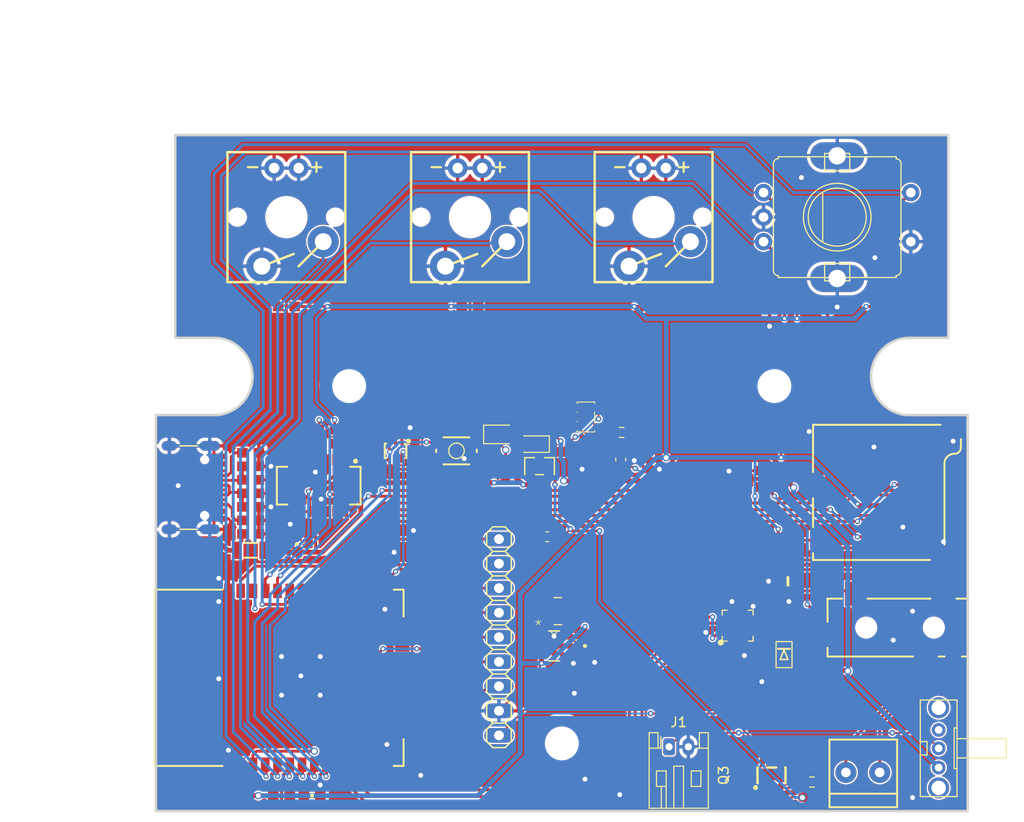
<source format=kicad_pcb>
(kicad_pcb (version 20241229) (generator "pcbnew") (generator_version "9.0")
  (layers (0 "F.Cu" signal) (2 "B.Cu" signal) (13 "F.Paste" user) (15 "B.Paste" user) (5 "F.SilkS" user "F.Silkscreen") (7 "B.SilkS" user "B.Silkscreen") (1 "F.Mask" user) (3 "B.Mask" user) (25 "Edge.Cuts" user))
  (net 0 "")
  (net 1 "GND")
  (net 2 "3.3V")
  (net 3 "/HP_RP")
  (net 4 "/JACK_SENS")
  (net 5 "Net-(C6-Pad1)")
  (net 6 "/INT_ENC_A")
  (net 7 "/VUSB-RAW")
  (net 8 "/D-")
  (net 9 "/D+")
  (net 10 "/3.3V_F")
  (net 11 "V_USB")
  (net 12 "/RESET")
  (net 13 "/INT_ENC_B")
  (net 14 "/I2S_BCLK")
  (net 15 "/AMP_GAIN")
  (net 16 "/I2S_LRCLK")
  (net 17 "/AMP_L_MODE")
  (net 18 "/I2S_DOUT")
  (net 19 "/SPK_GND")
  (net 20 "Net-(J2-CC2)")
  (net 21 "Net-(J2-CC1)")
  (net 22 "/SPK_RP")
  (net 23 "Net-(JP3-RSV@1)")
  (net 24 "/SD_MOSI")
  (net 25 "Net-(JP3-PadCD1)")
  (net 26 "/SD_CS")
  (net 27 "Net-(JP3-RSV@2)")
  (net 28 "/SD_MISO")
  (net 29 "/SD_SCK")
  (net 30 "/SD_CD")
  (net 31 "/LCD_RST")
  (net 32 "/LCD_BL")
  (net 33 "/LCD_MOSI")
  (net 34 "/LCD_DC")
  (net 35 "V_BATT")
  (net 36 "/LCD_MISO")
  (net 37 "/LCD_CS")
  (net 38 "/LCD_SCK")
  (net 39 "Net-(U$1-SW)")
  (net 40 "/RTS")
  (net 41 "/DTR")
  (net 42 "Net-(Q2B-B)")
  (net 43 "/IO0")
  (net 44 "Net-(Q2A-B)")
  (net 45 "/PBT_ENC")
  (net 46 "/HP_DET")
  (net 47 "/RXD")
  (net 48 "/VBAT_SENS")
  (net 49 "Net-(U4-USBDM)")
  (net 50 "Net-(U4-USBDP)")
  (net 51 "/PBT_C")
  (net 52 "+5V")
  (net 53 "/PBT_B")
  (net 54 "/PBT_A")
  (net 55 "Net-(U$1-VFB)")
  (net 66 "/TXD")
  (net 76 "Net-(U1-VBAT)")
  (net 77 "Net-(D2-K)")
  (net 78 "Net-(J1-Pin_1)")
  (net 79 "Net-(D3-K)")
  (net 80 "Net-(Q3-CE)")
  (net 81 "Net-(U1-PROG)")
  (net 82 "Net-(U1-STAT)")
  (footprint "0603-CAP" (layer "F.Cu") (at 122.6555 138.4034)
    (property "Reference" "C21" (hide yes))
    (property "Value" "4.7uF")
  )
  (footprint "SOT95P270X145-6N" (layer "F.Cu") (at 147.7011 122.9036)
    (property "Reference" "U$1" (hide yes))
    (property "Value" "MCP1640CT-I/CHY")
  )
  (footprint "0603" (layer "F.Cu") (at 114.8011 137.0036 180)
    (property "Reference" "C3" (hide yes))
    (property "Value" "0.1uF" (hide yes))
  )
  (footprint "ESP-WROOM-32" (layer "F.Cu") (at 121.7011 126.2036 180)
    (property "Reference" "U2" (hide yes))
    (property "Value" "ESP-WROOM-32" (hide yes))
  )
  (footprint "0603" (layer "F.Cu") (at 172.1011 100.4)
    (property "Reference" "C20" (hide yes))
    (property "Value" "10uF")
  )
  (footprint "R0603" (layer "F.Cu") (at 172.1011 102.2036)
    (property "Reference" "R16" (hide yes))
    (property "Value" "100k")
  )
  (footprint "0805" (layer "F.Cu") (at 157.4011 103.7036 -90)
    (property "Reference" "C10" (hide yes))
    (property "Value" "0.01uF" (hide yes))
  )
  (footprint "0603" (layer "F.Cu") (at 133.3011 102.7036 -90)
    (property "Reference" "R17" (hide yes))
    (property "Value" "10k" (hide yes))
  )
  (footprint "0603" (layer "F.Cu") (at 116.3011 107.1036)
    (property "Reference" "R14" (hide yes))
    (property "Value" "27" (hide yes))
  )
  (footprint "4UCONN_19269" (layer "F.Cu") (at 190.5011 121.0036 180)
    (property "Reference" "X2" (hide yes))
    (property "Value" "19269")
  )
  (footprint "lcsc:SOT-25_L3.0-W1.6-P0.95-LS2.8-TL" (layer "F.Cu") (at 170.2011 136.3036 90)
    (property "Reference" "Q3")
    (property "Value" "XC6220B331MR-G" (hide yes))
  )
  (footprint "Capacitor_SMD:C_0603_1608Metric" (layer "F.Cu") (at 154.6 103.6 90)
    (property "Reference" "C19" (hide yes))
    (property "Value" "10uF" (hide yes))
  )
  (footprint "MICRO-SD-SOCKET-PP" (layer "F.Cu") (at 174.5011 114.0036 -90)
    (property "Reference" "JP3" (hide yes))
    (property "Value" "USD_CONNECTOR")
  )
  (footprint "" (layer "F.Cu") (at 148.5 133)
    (property "Reference" "")
    (property "Value" "")
  )
  (footprint "TERMBLOCK_1X2-3.5MM" (layer "F.Cu") (at 179.6011 136.0036)
    (property "Reference" "J3" (hide yes))
    (property "Value" "TERMBLOCK_1X2")
  )
  (footprint "Connector_JST:JST_PH_S2B-PH-K_1x02_P2.00mm_Horizontal" (layer "F.Cu") (at 159.6 133.35)
    (property "Reference" "J1")
    (property "Value" "Battery (JST-PH)" (hide yes))
  )
  (footprint "0603" (layer "F.Cu") (at 170.9011 119.2036 90)
    (property "Reference" "C8" (hide yes))
    (property "Value" "0.1uF")
  )
  (footprint "0603" (layer "F.Cu") (at 119.2011 112.3536 90)
    (property "Reference" "C14" (hide yes))
    (property "Value" "0.1uF" (hide yes))
  )
  (footprint "USB-C-16P" (layer "F.Cu") (at 112.9861 106.5086 -90)
    (property "Reference" "J2" (hide yes))
    (property "Value" "USB_C16PIN")
  )
  (footprint "R0603" (layer "F.Cu") (at 167.3011 127.5 180)
    (property "Reference" "R15" (hide yes))
    (property "Value" "300k")
  )
  (footprint "0603" (layer "F.Cu") (at 163.3011 105.6036 -90)
    (property "Reference" "R11" (hide yes))
    (property "Value" "10k")
  )
  (footprint "0603" (layer "F.Cu") (at 120.0011 87.7536)
    (property "Reference" "R20" (hide yes))
    (property "Value" "10k")
  )
  (footprint "Resistor_SMD:R_0603_1608Metric" (layer "F.Cu") (at 174.4 137 180)
    (property "Reference" "R29" (hide yes))
    (property "Value" "10k" (hide yes))
  )
  (footprint "0603" (layer "F.Cu") (at 116.3011 111.3036)
    (property "Reference" "C11" (hide yes))
    (property "Value" "0.1uF" (hide yes))
  )
  (footprint "1X09" (layer "F.Cu") (at 142.0011 122.0036 90)
    (property "Reference" "JP6" (hide yes))
    (property "Value" "PINHD-1X9")
  )
  (footprint "0603" (layer "F.Cu") (at 158.0011 87.7536 180)
    (property "Reference" "R24" (hide yes))
    (property "Value" "10k")
  )
  (footprint "0603" (layer "F.Cu") (at 172.9011 87.0036 -90)
    (property "Reference" "R30" (hide yes))
    (property "Value" "10k")
  )
  (footprint "0603-CAP" (layer "F.Cu") (at 150.9011 122.9036 -90)
    (property "Reference" "C2" (hide yes))
    (property "Value" "4.7uF")
  )
  (footprint "0603" (layer "F.Cu") (at 150.9011 126.3036 90)
    (property "Reference" "R28" (hide yes))
    (property "Value" "309k" (hide yes))
  )
  (footprint "PTC-1206" (layer "F.Cu") (at 116.3011 113.0036)
    (property "Reference" "F1" (hide yes))
    (property "Value" "500mA" (hide yes))
  )
  (footprint "0603" (layer "F.Cu") (at 171.5011 87.0036 -90)
    (property "Reference" "R2" (hide yes))
    (property "Value" "10k")
  )
  (footprint "0805" (layer "F.Cu") (at 151.8011 103.7036 -90)
    (property "Reference" "C7" (hide yes))
    (property "Value" "4.7uF" (hide yes))
  )
  (footprint "PEC11+SWITCH" (layer "F.Cu") (at 177.0011 78.5036 -90)
    (property "Reference" "SW5" (hide yes))
    (property "Value" "PEC11")
  )
  (footprint "SSOP20_L" (layer "F.Cu") (at 123.3461 106.3086 180)
    (property "Reference" "U4" (hide yes))
    (property "Value" "FT231XS" (hide yes))
  )
  (footprint "Capacitor_SMD:C_0603_1608Metric" (layer "F.Cu") (at 147 111.6 180)
    (property "Reference" "C18" (hide yes))
    (property "Value" "1uF" (hide yes))
  )
  (footprint "0603" (layer "F.Cu") (at 114.8011 138.4036 180)
    (property "Reference" "C5" (hide yes))
    (property "Value" "10uF" (hide yes))
  )
  (footprint "Diode_SMD:D_SOD-323" (layer "F.Cu") (at 145.6011 102.0036 180)
    (property "Reference" "D3" (hide yes))
    (property "Value" "1N5819WS" (hide yes))
  )
  (footprint "0603" (layer "F.Cu") (at 147.9011 125.7036)
    (property "Reference" "R27" (hide yes))
    (property "Value" "976k")
  )
  (footprint "" (layer "F.Cu") (at 170.5 96)
    (property "Reference" "")
    (property "Value" "")
  )
  (footprint "SC70-6" (layer "F.Cu") (at 131.3011 102.7036 180)
    (property "Reference" "Q2" (hide yes))
    (property "Value" "MBT3904DW1T1" (hide yes))
  )
  (footprint "0603" (layer "F.Cu") (at 119.5011 138.4036 180)
    (property "Reference" "R8" (hide yes))
    (property "Value" "10k" (hide yes))
  )
  (footprint "0805" (layer "F.Cu") (at 175.1011 87.8036 180)
    (property "Reference" "C9" (hide yes))
    (property "Value" "10nF")
  )
  (footprint "0603" (layer "F.Cu") (at 116.3011 109.9036)
    (property "Reference" "R3" (hide yes))
    (property "Value" "5.1k" (hide yes))
  )
  (footprint "0603" (layer "F.Cu") (at 116.3011 108.5036)
    (property "Reference" "C13" (hide yes))
    (property "Value" "47pF" (hide yes))
  )
  (footprint "0603" (layer "F.Cu") (at 139.0011 87.7536 180)
    (property "Reference" "R23" (hide yes))
    (property "Value" "10k")
  )
  (footprint "SOD-123FL" (layer "F.Cu") (at 171.5011 123.8036 -90)
    (property "Reference" "D1" (hide yes))
    (property "Value" "DIODE_SOD-123FL")
  )
  (footprint "0603" (layer "F.Cu") (at 161.9011 105.6036 90)
    (property "Reference" "R10" (hide yes))
    (property "Value" "10k")
  )
  (footprint "R0603" (layer "F.Cu") (at 169.5011 122.4036 90)
    (property "Reference" "R21" (hide yes))
    (property "Value" "1M")
  )
  (footprint "CHERRY-MX-LED" (layer "F.Cu") (at 139.0011 78.5036 180)
    (property "Reference" "S4" (hide yes))
    (property "Value" "CHERRY-MX-LED" (hide yes))
  )
  (footprint "CHERRY-MX-LED" (layer "F.Cu") (at 120.0011 78.5036 180)
    (property "Reference" "S3" (hide yes))
    (property "Value" "CHERRY-MX-LED" (hide yes))
  )
  (footprint "0603" (layer "F.Cu") (at 149.2011 102.8036 180)
    (property "Reference" "R1" (hide yes))
    (property "Value" "2K" (hide yes))
  )
  (footprint "lcsc:SOT-23-5_L3.0-W1.7-P0.95-LS2.8-BR" (layer "F.Cu") (at 151 99.2 180)
    (property "Reference" "U1" (hide yes))
    (property "Value" "MCP73831T-2ATI/OT" (hide yes))
  )
  (footprint "0603" (layer "F.Cu") (at 116.3011 105.7036)
    (property "Reference" "R13" (hide yes))
    (property "Value" "27" (hide yes))
  )
  (footprint "0603" (layer "F.Cu") (at 129.3011 102.7036 90)
    (property "Reference" "R18" (hide yes))
    (property "Value" "10k" (hide yes))
  )
  (footprint "OS102011MA1Q" (layer "F.Cu") (at 187.5011 133.5036 90)
    (property "Reference" "SW1" (hide yes))
    (property "Value" "~" (hide yes))
  )
  (footprint "0603-NO" (layer "F.Cu") (at 171.9011 116.2036 180)
    (property "Reference" "C1" (hide yes))
    (property "Value" "0.01uF")
  )
  (footprint "0603" (layer "F.Cu") (at 142.6511 104.6711 -90)
    (property "Reference" "R7" (hide yes))
    (property "Value" "10k" (hide yes))
  )
  (footprint "R0603" (layer "F.Cu") (at 166.9011 105.6036 90)
    (property "Reference" "R6" (hide yes))
    (property "Value" "100k")
  )
  (footprint "0603" (layer "F.Cu") (at 116.3011 102.9036)
    (property "Reference" "R19" (hide yes))
    (property "Value" "5.1k" (hide yes))
  )
  (footprint "TQFN-16" (layer "F.Cu") (at 166.7011 120.8036)
    (property "Reference" "IC1" (hide yes))
    (property "Value" "MAX98357A")
  )
  (footprint "Resistor_SMD:R_0603_1608Metric" (layer "F.Cu") (at 154.7 100.8 180)
    (property "Reference" "R22" (hide yes))
    (property "Value" "10k" (hide yes))
  )
  (footprint "0603" (layer "F.Cu") (at 182.0011 87.7536 180)
    (property "Reference" "R4" (hide yes))
    (property "Value" "10k")
  )
  (footprint "0603" (layer "F.Cu") (at 124.2011 100.5036)
    (property "Reference" "R9" (hide yes))
    (property "Value" "10k")
  )
  (footprint "R0603" (layer "F.Cu") (at 171.9011 112.0036)
    (property "Reference" "R26" (hide yes))
    (property "Value" "100k")
  )
  (footprint "LED_SMD:LED_0805_2012Metric" (layer "F.Cu") (at 142.1 101)
    (property "Reference" "D2" (hide yes))
    (property "Value" "LED" (hide yes))
  )
  (footprint "0603" (layer "F.Cu") (at 147.9011 127.1036 180)
    (property "Reference" "C17" (hide yes))
    (property "Value" "10uF")
  )
  (footprint "WE-TPC_2811_2813_OLD" (layer "F.Cu") (at 148.1011 119.3036 180)
    (property "Reference" "L1" (hide yes))
    (property "Value" "4.7µH")
  )
  (footprint "lcsc:SOT-23F_L2.9-W1.8-P0.95-LS2.4-BR" (layer "F.Cu") (at 146.2 104.29 -90)
    (property "Reference" "Q1" (hide yes))
    (property "Value" "SSM3J338R,LF" (hide yes))
  )
  (footprint "0603" (layer "F.Cu") (at 169.5011 119.2036 90)
    (property "Reference" "C6" (hide yes))
    (property "Value" "10uF")
  )
  (footprint "R0603" (layer "F.Cu") (at 169 105.6036 90)
    (property "Reference" "R5" (hide yes))
    (property "Value" "100k")
  )
  (footprint "" (layer "F.Cu") (at 126.5 96)
    (property "Reference" "")
    (property "Value" "")
  )
  (footprint "0603" (layer "F.Cu") (at 124.1636 101.9636 180)
    (property "Reference" "C16" (hide yes))
    (property "Value" "0.1uF" (hide yes))
  )
  (footprint "R0603" (layer "F.Cu") (at 167.3011 125.2036)
    (property "Reference" "R12" (hide yes))
    (property "Value" "300k")
  )
  (footprint "0805" (layer "F.Cu") (at 170.0011 87.1036 -90)
    (property "Reference" "C22" (hide yes))
    (property "Value" "10nF")
  )
  (footprint "CHERRY-MX-LED" (layer "F.Cu") (at 158.0011 78.5036 180)
    (property "Reference" "S5" (hide yes))
    (property "Value" "CHERRY-MX-LED" (hide yes))
  )
  (footprint "0603" (layer "F.Cu") (at 116.3011 104.3036)
    (property "Reference" "C12" (hide yes))
    (property "Value" "47pF" (hide yes))
  )
  (footprint "R0603" (layer "F.Cu") (at 171.9011 114.1)
    (property "Reference" "R25" (hide yes))
    (property "Value" "100k")
  )
  (footprint "TACTILE_SWITCH_SMD_4.6X2.8MM" (layer "F.Cu") (at 137.6011 102.7036 180)
    (property "Reference" "S1" (hide yes))
    (property "Value" "RESET")
  )
  (footprint "0603-CAP" (layer "F.Cu") (at 121.1 112.3386 90)
    (property "Reference" "C15" (hide yes))
    (property "Value" "4.7uF" (hide yes))
  )
  (footprint "0603" (layer "F.Cu") (at 164.7011 105.6036 -90)
    (property "Reference" "C4" (hide yes))
    (property "Value" "0.1uF")
  )
  (gr_line (start 184.5011 99.0036) (end 190.5011 99.0036) (stroke (width 0.25)) (layer "Edge.Cuts"))
  (gr_line (start 106.5011 99.0036) (end 106.5011 140.0036) (stroke (width 0.25)) (layer "Edge.Cuts"))
  (gr_line (start 188.5011 70.0036) (end 188.5011 91.0036) (stroke (width 0.25)) (layer "Edge.Cuts"))
  (gr_line (start 108.5011 70.0036) (end 108.5011 91.0036) (stroke (width 0.25)) (layer "Edge.Cuts"))
  (gr_arc (start 184.5011 99.0036) (mid 180.5011 95.0036) (end 184.5011 91.0036) (stroke (width 0.25)) (layer "Edge.Cuts"))
  (gr_line (start 188.5011 70.0036) (end 108.5011 70.0036) (stroke (width 0.254)) (layer "Edge.Cuts"))
  (gr_line (start 188.5011 91.0036) (end 184.5011 91.0036) (stroke (width 0.25)) (layer "Edge.Cuts"))
  (gr_line (start 190.5011 99.0036) (end 190.5011 140.0036) (stroke (width 0.25)) (layer "Edge.Cuts"))
  (gr_line (start 112.5011 91.0036) (end 108.5011 91.0036) (stroke (width 0.25)) (layer "Edge.Cuts"))
  (gr_line (start 106.5011 140.0036) (end 190.5011 140.0036) (stroke (width 0.254)) (layer "Edge.Cuts"))
  (gr_line (start 106.5011 99.0036) (end 112.5011 99.0036) (stroke (width 0.25)) (layer "Edge.Cuts"))
  (gr_arc (start 112.5011 91.0036) (mid 116.5011 95.0036) (end 112.5011 99.0036) (stroke (width 0.25)) (layer "Edge.Cuts"))
  (segment (start 117.1511 109.9036) (end 117.1511 108.5036) (width 0.3) (layer "F.Cu") (net 1))
  (segment (start 169.2011 126.6036) (end 168.1511 126.6036) (width 0.3) (layer "F.Cu") (net 1))
  (segment (start 123.6636 108.9883) (end 123.6636 107.7661) (width 0.3) (layer "F.Cu") (net 1))
  (segment (start 161.6 133.35) (end 166.2043 133.35) (width 0.2) (layer "F.Cu") (net 1))
  (segment (start 166.2043 133.35) (end 170.2011 137.3468) (width 0.2) (layer "F.Cu") (net 1))
  (segment (start 123.0286 103.6289) (end 123.0286 102.2486) (width 0.3) (layer "F.Cu") (net 1))
  (segment (start 150.6011 103.3536) (end 150.0511 102.8036) (width 0.3) (layer "F.Cu") (net 1))
  (segment (start 172.9511 100.7036) (end 174.1011 100.7036) (width 0.3) (layer "F.Cu") (net 1))
  (segment (start 112.5011 110.7536) (end 112.0711 110.7536) (width 0.3) (layer "F.Cu") (net 1))
  (segment (start 114.0011 135.2036) (end 114.0011 133.7036) (width 0.5) (layer "F.Cu") (net 1))
  (segment (start 112.9861 103.2836) (end 112.5011 103.2836) (width 0.3) (layer "F.Cu") (net 1))
  (segment (start 155.1225 102.825) (end 156.0011 103.7036) (width 0.2) (layer "F.Cu") (net 1))
  (segment (start 143.7785 127.8462) (end 142.0011 129.6236) (width 0.2) (layer "F.Cu") (net 1))
  (segment (start 166.9511 123.4536) (end 167.4011 123.9036) (width 0.3) (layer "F.Cu") (net 1))
  (segment (start 164.7511 104.8036) (end 165.8011 104.8036) (width 0.3) (layer "F.Cu") (net 1))
  (segment (start 112.5011 109.7336) (end 112.5011 110.7536) (width 0.3) (layer "F.Cu") (net 1))
  (segment (start 112.5011 103.2836) (end 112.5011 102.1886) (width 0.3) (layer "F.Cu") (net 1))
  (segment (start 168.7511 118.3536) (end 168.3011 118.8036) (width 0.3) (layer "F.Cu") (net 1))
  (segment (start 133.2765 110.8282) (end 133.1511 110.9536) (width 0.2) (layer "F.Cu") (net 1))
  (segment (start 148.7511 127.1036) (end 149.1011 127.1036) (width 0.3) (layer "F.Cu") (net 1))
  (segment (start 154.6 101.725) (end 155.525 100.8) (width 0.2) (layer "F.Cu") (net 1))
  (segment (start 114.0011 117.2036) (end 114.0011 133.7036) (width 0.3) (layer "F.Cu") (net 1))
  (segment (start 146.225 111.6) (end 145.4532 110.8282) (width 0.2) (layer "F.Cu") (net 1))
  (segment (start 147.7011 122.4036) (end 147.7011 121.9036) (width 0.3) (layer "F.Cu") (net 1))
  (segment (start 117.1511 108.5036) (end 118.1011 108.5036) (width 0.3) (layer "F.Cu") (net 1))
  (segment (start 157.4011 104.6036) (end 158.6011 104.6036) (width 0.3) (layer "F.Cu") (net 1))
  (segment (start 123.6636 107.7661) (end 123.6011 107.7036) (width 0.3) (layer "F.Cu") (net 1))
  (segment (start 145.4532 110.8282) (end 133.2765 110.8282) (width 0.2) (layer "F.Cu") (net 1))
  (segment (start 123.5055 138.4034) (end 123.5055 137.308) (width 0.3) (layer "F.Cu") (net 1))
  (segment (start 185.4011 110.5636) (end 183.8411 110.5636) (width 0.3) (layer "F.Cu") (net 1))
  (segment (start 146.0247 122.9036) (end 143.7785 125.1498) (width 0.2) (layer "F.Cu") (net 1))
  (segment (start 154.6 102.825) (end 154.6 101.725) (width 0.2) (layer "F.Cu") (net 1))
  (segment (start 189.0011 101.7036) (end 189.0011 100.4536) (width 0.3) (layer "F.Cu") (net 1))
  (segment (start 113.9511 137.0036) (end 113.9511 138.4036) (width 0.5) (layer "F.Cu") (net 1))
  (segment (start 188.0011 112.1036) (end 188.0011 113.5036) (width 0.3) (layer "F.Cu") (net 1))
  (segment (start 151.8011 104.6036) (end 150.6011 104.6036) (width 0.3) (layer "F.Cu") (net 1))
  (segment (start 171.0511 116.2036) (end 169.9011 116.2036) (width 0.3) (layer "F.Cu") (net 1))
  (segment (start 166.4511 118.6536) (end 166.1011 118.3036) (width 0.3) (layer "F.Cu") (net 1))
  (segment (start 150.6011 104.6036) (end 150.6011 103.3536) (width 0.3) (layer "F.Cu") (net 1))
  (segment (start 112.5011 102.1886) (end 112.0711 102.1886) (width 0.3) (layer "F.Cu") (net 1))
  (segment (start 123.0286 103.6289) (end 123.0286 104.8761) (width 0.3) (layer "F.Cu") (net 1))
  (segment (start 183.8411 110.5636) (end 183.8011 110.6036) (width 0.3) (layer "F.Cu") (net 1))
  (segment (start 119.2011 111.5036) (end 120.4911 111.5036) (width 0.3) (layer "F.Cu") (net 1))
  (segment (start 163.3011 104.7536) (end 164.7011 104.7536) (width 0.3) (layer "F.Cu") (net 1))
  (segment (start 147.2011 122.9036) (end 147.7011 122.4036) (width 0.3) (layer "F.Cu") (net 1))
  (segment (start 120.4911 111.5036) (end 120.5061 111.4886) (width 0.3) (layer "F.Cu") (net 1))
  (segment (start 123.0286 104.8761) (end 123.0011 104.9036) (width 0.3) (layer "F.Cu") (net 1))
  (segment (start 117.1511 104.3036) (end 118.1011 104.3036) (width 0.3) (layer "F.Cu") (net 1))
  (segment (start 149.1011 127.1036) (end 149.8011 127.8036) (width 0.3) (layer "F.Cu") (net 1))
  (segment (start 189.0011 100.4536) (end 189.0511 100.4036) (width 0.3) (layer "F.Cu") (net 1))
  (segment (start 170.9011 118.3536) (end 169.5011 118.3536) (width 0.3) (layer "F.Cu") (net 1))
  (segment (start 150.9511 123.8036) (end 150.9011 123.7536) (width 0.3) (layer "F.Cu") (net 1))
  (segment (start 117.1511 111.3036) (end 117.1511 109.9036) (width 0.3) (layer "F.Cu") (net 1))
  (segment (start 143.7785 125.1498) (end 143.7785 127.8462) (width 0.2) (layer "F.Cu") (net 1))
  (segment (start 112.0711 110.7536) (end 112.0711 110.8286) (width 0.3) (layer "F.Cu") (net 1))
  (segment (start 188.0011 113.5036) (end 188.0511 113.5536) (width 0.3) (layer "F.Cu") (net 1))
  (segment (start 146.4057 122.9036) (end 147.2011 122.9036) (width 0.3) (layer "F.Cu") (net 1))
  (segment (start 169.5011 118.3536) (end 168.7511 118.3536) (width 0.3) (layer "F.Cu") (net 1))
  (segment (start 165.3011 121.0536) (end 163.8511 121.0536) (width 0.3) (layer "F.Cu") (net 1))
  (segment (start 166.4511 119.4036) (end 166.4511 118.6536) (width 0.3) (layer "F.Cu") (net 1))
  (segment (start 123.5055 137.308) (end 123.5011 137.3036) (width 0.3) (layer "F.Cu") (net 1))
  (segment (start 114.0011 136.9536) (end 113.9511 137.0036) (width 0.3) (layer "F.Cu") (net 1))
  (segment (start 117.1511 102.9036) (end 117.1511 104.3036) (width 0.3) (layer "F.Cu") (net 1))
  (segment (start 163.8511 121.0536) (end 163.4011 121.5036) (width 0.3) (layer "F.Cu") (net 1))
  (segment (start 164.7511 104.8036) (end 164.7011 104.7536) (width 0.3) (layer "F.Cu") (net 1))
  (segment (start 176.0011 87.8036) (end 177.0011 87.8036) (width 0.3) (layer "F.Cu") (net 1))
  (segment (start 114.0011 135.2036) (end 114.0011 136.9536) (width 0.5) (layer "F.Cu") (net 1))
  (segment (start 123.0286 102.2486) (end 123.3136 101.9636) (width 0.3) (layer "F.Cu") (net 1))
  (segment (start 170.0011 88.0036) (end 170.0011 89.8036) (width 0.3) (layer "F.Cu") (net 1))
  (segment (start 170.2011 137.3468) (end 170.2011 137.6036) (width 0.2) (layer "F.Cu") (net 1))
  (segment (start 155.1225 102.825) (end 154.6 102.825) (width 0.2) (layer "F.Cu") (net 1))
  (segment (start 166.9511 122.2036) (end 166.9511 123.4536) (width 0.3) (layer "F.Cu") (net 1))
  (segment (start 146.4057 122.9036) (end 146.0247 122.9036) (width 0.2) (layer "F.Cu") (net 1))
  (via (at 167.4011 123.9036) (size 0.754) (drill 0.5) (layers "F.Cu" "B.Cu") (net 1))
  (via (at 151.9011 124.6036) (size 0.754) (drill 0.5) (layers "F.Cu" "B.Cu") (net 1))
  (via (at 113.0011 115.9036) (size 0.754) (drill 0.5) (layers "F.Cu" "B.Cu") (net 1))
  (via (at 149.8011 127.8036) (size 0.754) (drill 0.5) (layers "F.Cu" "B.Cu") (net 1))
  (via (at 123.5011 128.0036) (size 0.754) (drill 0.5) (layers "F.Cu" "B.Cu") (net 1))
  (via (at 166.1011 118.3036) (size 0.754) (drill 0.5) (layers "F.Cu" "B.Cu") (net 1))
  (via (at 169.2011 126.6036) (size 0.754) (drill 0.5) (layers "F.Cu" "B.Cu") (net 1))
  (via (at 158.6011 104.6036) (size 0.754) (drill 0.5) (layers "F.Cu" "B.Cu") (net 1))
  (via (at 130.4011 133.1036) (size 0.754) (drill 0.5) (layers "F.Cu" "B.Cu") (net 1))
  (via (at 177.0011 87.8036) (size 0.754) (drill 0.5) (layers "F.Cu" "B.Cu") (net 1))
  (via (at 123.5011 137.3036) (size 0.754) (drill 0.5) (layers "F.Cu" "B.Cu") (net 1))
  (via (at 173.3011 74.4036) (size 0.754) (drill 0.5) (layers "F.Cu" "B.Cu") (net 1))
  (via (at 163.4011 121.5036) (size 0.754) (drill 0.5) (layers "F.Cu" "B.Cu") (net 1))
  (via (at 118.4011 108.5036) (size 0.754) (drill 0.5) (layers "F.Cu" "B.Cu") (net 1))
  (via (at 184.8011 138.6036) (size 0.754) (drill 0.5) (layers "F.Cu" "B.Cu") (net 1))
  (via (at 123.0011 104.9036) (size 0.754) (drill 0.5) (layers "F.Cu" "B.Cu") (net 1))
  (via (at 169.9011 116.2036) (size 0.754) (drill 0.5) (layers "F.Cu" "B.Cu") (net 1))
  (via (at 180.9011 82.7036) (size 0.754) (drill 0.5) (layers "F.Cu" "B.Cu") (net 1))
  (via (at 131.1511 113.2036) (size 0.754) (drill 0.5) (layers "F.Cu" "B.Cu") (net 1))
  (via (at 168.3011 118.8036) (size 0.754) (drill 0.5) (layers "F.Cu" "B.Cu") (net 1))
  (via (at 147.7011 121.9036) (size 0.754) (drill 0.5) (layers "F.Cu" "B.Cu") (net 1))
  (via (at 119.5011 128.0036) (size 0.754) (drill 0.5) (layers "F.Cu" "B.Cu") (net 1))
  (via (at 188.0011 112.1036) (size 0.754) (drill 0.5) (layers "F.Cu" "B.Cu") (net 1))
  (via (at 180.8011 102.3036) (size 0.754) (drill 0.5) (layers "F.Cu" "B.Cu") (net 1))
  (via (at 172.0011 118.3036) (size 0.754) (drill 0.5) (layers "F.Cu" "B.Cu") (net 1))
  (via (at 184.8011 119.3036) (size 0.754) (drill 0.5) (layers "F.Cu" "B.Cu") (net 1))
  (via (at 183.8011 110.6036) (size 0.754) (drill 0.5) (layers "F.Cu" "B.Cu") (net 1))
  (via (at 150.9011 136.7036) (size 0.754) (drill 0.5) (layers "F.Cu" "B.Cu") (net 1))
  (via (at 113.0011 118.3036) (size 0.754) (drill 0.5) (layers "F.Cu" "B.Cu") (net 1))
  (via (at 138.4011 103.5036) (size 0.754) (drill 0.5) (layers "F.Cu" "B.Cu") (net 1))
  (via (at 149.7011 124.7036) (size 0.754) (drill 0.5) (layers "F.Cu" "B.Cu") (net 1))
  (via (at 114.0011 133.7036) (size 0.754) (drill 0.5) (layers "F.Cu" "B.Cu") (net 1))
  (via (at 130.2011 119.1036) (size 0.754) (drill 0.5) (layers "F.Cu" "B.Cu") (net 1))
  (via (at 121.5011 126.0036) (size 0.754) (drill 0.5) (layers "F.Cu" "B.Cu") (net 1))
  (via (at 113.0011 126.3036) (size 0.754) (drill 0.5) (layers "F.Cu" "B.Cu") (net 1))
  (via (at 189.0011 101.7036) (size 0.754) (drill 0.5) (layers "F.Cu" "B.Cu") (net 1))
  (via (at 133.1511 110.9536) (size 0.754) (drill 0.5) (layers "F.Cu" "B.Cu") (net 1))
  (via (at 108.8011 106.3036) (size 0.754) (drill 0.5) (layers "F.Cu" "B.Cu") (net 1))
  (via (at 174.1011 100.7036) (size 0.754) (drill 0.5) (layers "F.Cu" "B.Cu") (net 1))
  (via (at 119.5011 124.0036) (size 0.754) (drill 0.5) (layers "F.Cu" "B.Cu") (net 1))
  (via (at 170.0011 89.8036) (size 0.754) (drill 0.5) (layers "F.Cu" "B.Cu") (net 1))
  (via (at 132.8011 100.3036) (size 0.754) (drill 0.5) (layers "F.Cu" "B.Cu") (net 1))
  (via (at 182.8011 122.3036) (size 0.754) (drill 0.5) (layers "F.Cu" "B.Cu") (net 1))
  (via (at 120.4011 110.3036) (size 0.754) (drill 0.5) (layers "F.Cu" "B.Cu") (net 1))
  (via (at 156.0011 103.7036) (size 0.754) (drill 0.5) (layers "F.Cu" "B.Cu") (net 1))
  (via (at 154.5011 138.3036) (size 0.754) (drill 0.5) (layers "F.Cu" "B.Cu") (net 1))
  (via (at 165.8011 104.8036) (size 0.754) (drill 0.5) (layers "F.Cu" "B.Cu") (net 1))
  (via (at 118.4011 104.3036) (size 0.754) (drill 0.5) (layers "F.Cu" "B.Cu") (net 1))
  (via (at 123.5011 124.0036) (size 0.754) (drill 0.5) (layers "F.Cu" "B.Cu") (net 1))
  (via (at 150.6011 104.6036) (size 0.754) (drill 0.5) (layers "F.Cu" "B.Cu") (net 1))
  (via (at 133.9011 136.3036) (size 0.754) (drill 0.5) (layers "F.Cu" "B.Cu") (net 1))
  (via (at 123.6011 107.7036) (size 0.754) (drill 0.5) (layers "F.Cu" "B.Cu") (net 1))
  (segment (start 169.2511 135.0036) (end 169.2511 133.568474) (width 0.2) (layer "F.Cu") (net 2))
  (segment (start 170.9011 110.8036) (end 170.9011 111.8536) (width 0.3) (layer "F.Cu") (net 2))
  (segment (start 142.0011 132.1636) (end 146.2477 127.917) (width 0.2) (layer "F.Cu") (net 2))
  (segment (start 115.6511 138.4036) (end 115.6511 137.0036) (width 0.5) (layer "F.Cu") (net 2))
  (segment (start 115.3011 135.2336) (end 115.2711 135.2036) (width 0.5) (layer "F.Cu") (net 2))
  (segment (start 154.6 104.375) (end 155.951633 104.375) (width 0.2) (layer "F.Cu") (net 2))
  (segment (start 146.2477 124.857) (end 146.4011 124.7036) (width 0.2) (layer "F.Cu") (net 2))
  (segment (start 146.4011 124.7036) (end 146.4011 123.848) (width 0.5) (layer "F.Cu") (net 2))
  (segment (start 165.582626 129.9) (end 157.7 129.9) (width 0.2) (layer "F.Cu") (net 2))
  (segment (start 171.2511 100.7036) (end 171.2511 102.2036) (width 0.3) (layer "F.Cu") (net 2))
  (segment (start 171.2011 103.4036) (end 171.2011 102.2536) (width 0.3) (layer "F.Cu") (net 2))
  (segment (start 168.5011 107.4036) (end 168.5011 106.5536) (width 0.3) (layer "F.Cu") (net 2))
  (segment (start 171.0511 112.0036) (end 171.0511 113.5036) (width 0.3) (layer "F.Cu") (net 2))
  (segment (start 125.0011 100.4536) (end 125.0511 100.5036) (width 0.3) (layer "F.Cu") (net 2))
  (segment (start 170.9011 111.8536) (end 171.0511 112.0036) (width 0.3) (layer "F.Cu") (net 2))
  (segment (start 115.6511 137.0036) (end 115.6511 136.5536) (width 0.5) (layer "F.Cu") (net 2))
  (segment (start 148.9965 121.9638) (end 150.8113 121.9638) (width 0.5) (layer "F.Cu") (net 2))
  (segment (start 172.8511 89.0036) (end 172.8511 87.9036) (width 0.3) (layer "F.Cu") (net 2))
  (segment (start 115.8511 138.3536) (end 115.9011 138.4036) (width 0.3) (layer "F.Cu") (net 2))
  (segment (start 171.5511 89.0036) (end 171.5511 87.9036) (width 0.3) (layer "F.Cu") (net 2))
  (segment (start 118.6511 138.4036) (end 117.1011 138.4036) (width 0.3) (layer "F.Cu") (net 2))
  (segment (start 179.2611 108.3636) (end 179.1011 108.2036) (width 0.5) (layer "F.Cu") (net 2))
  (segment (start 125.0011 99.5036) (end 125.0011 100.4536) (width 0.3) (layer "F.Cu") (net 2))
  (segment (start 146.2477 127.917) (end 146.2477 124.857) (width 0.2) (layer "F.Cu") (net 2))
  (segment (start 185.4011 108.3636) (end 179.2611 108.3636) (width 0.5) (layer "F.Cu") (net 2))
  (segment (start 115.6511 136.5536) (end 115.3011 136.2036) (width 0.5) (layer "F.Cu") (net 2))
  (segment (start 115.8511 138.3536) (end 115.7011 138.3536) (width 0.5) (layer "F.Cu") (net 2))
  (segment (start 171.2011 102.2536) (end 171.2511 102.2036) (width 0.3) (layer "F.Cu") (net 2))
  (segment (start 171.5011 87.8536) (end 171.5511 87.9036) (width 0.3) (layer "F.Cu") (net 2))
  (segment (start 168.5011 106.5536) (end 168.6011 106.4536) (width 0.3) (layer "F.Cu") (net 2))
  (segment (start 115.7011 138.3536) (end 115.6511 138.4036) (width 0.5) (layer "F.Cu") (net 2))
  (segment (start 148.9965 121.9638) (end 148.9965 119.5082) (width 0.5) (layer "F.Cu") (net 2))
  (segment (start 146.4011 123.848) (end 146.4057 123.8434) (width 0.5) (layer "F.Cu") (net 2))
  (segment (start 115.9011 138.4036) (end 117.1011 138.4036) (width 0.5) (layer "F.Cu") (net 2))
  (segment (start 155.951633 104.375) (end 156.103313 104.52668) (width 0.2) (layer "F.Cu") (net 2))
  (segment (start 115.3011 136.2036) (end 115.3011 135.2336) (width 0.5) (layer "F.Cu") (net 2))
  (segment (start 120.8511 87.7536) (end 124.2511 87.7536) (width 0.3) (layer "F.Cu") (net 2))
  (segment (start 169.2511 133.568474) (end 165.582626 129.9) (width 0.2) (layer "F.Cu") (net 2))
  (segment (start 150.8113 121.9638) (end 150.9011 122.0536) (width 0.5) (layer "F.Cu") (net 2))
  (segment (start 157.1511 87.7536) (end 156.0011 87.7536) (width 0.3) (layer "F.Cu") (net 2))
  (segment (start 138.1511 87.7536) (end 137.0511 87.7536) (width 0.3) (layer "F.Cu") (net 2))
  (segment (start 172.8511 87.9036) (end 172.9011 87.8536) (width 0.3) (layer "F.Cu") (net 2))
  (segment (start 148.9965 119.5082) (end 149.2011 119.3036) (width 0.3) (layer "F.Cu") (net 2))
  (segment (start 181.1511 87.7536) (end 180.0011 87.7536) (width 0.3) (layer "F.Cu") (net 2))
  (segment (start 150.9011 120.9036) (end 150.9011 122.0536) (width 0.5) (layer "F.Cu") (net 2))
  (via (at 117.1011 138.4036) (size 0.754) (drill 0.5) (layers "F.Cu" "B.Cu") (net 2))
  (via (at 150.9011 120.9036) (size 0.554) (drill 0.3) (layers "F.Cu" "B.Cu") (net 2))
  (via (at 146.4011 124.7036) (size 0.554) (drill 0.3) (layers "F.Cu" "B.Cu") (net 2))
  (via (at 137.0511 87.7536) (size 0.554) (drill 0.3) (layers "F.Cu" "B.Cu") (net 2))
  (via (at 170.9011 110.8036) (size 0.554) (drill 0.3) (layers "F.Cu" "B.Cu") (net 2))
  (via (at 171.5511 89.0036) (size 0.554) (drill 0.3) (layers "F.Cu" "B.Cu") (net 2))
  (via (at 180.0011 87.7536) (size 0.554) (drill 0.3) (layers "F.Cu" "B.Cu") (net 2))
  (via (at 156.103313 104.52668) (size 0.6) (drill 0.3) (layers "F.Cu" "B.Cu") (net 2))
  (via (at 125.0011 99.5036) (size 0.554) (drill 0.3) (layers "F.Cu" "B.Cu") (net 2))
  (via (at 171.2011 103.4036) (size 0.554) (drill 0.3) (layers "F.Cu" "B.Cu") (net 2))
  (via (at 168.5011 107.4036) (size 0.554) (drill 0.3) (layers "F.Cu" "B.Cu") (net 2))
  (via (at 172.8511 89.0036) (size 0.554) (drill 0.3) (layers "F.Cu" "B.Cu") (net 2))
  (via (at 157.7 129.9) (size 0.6) (drill 0.3) (layers "F.Cu" "B.Cu") (net 2))
  (via (at 159.3011 103.4036) (size 0.754) (drill 0.5) (layers "F.Cu" "B.Cu") (net 2))
  (via (at 124.2511 87.7536) (size 0.554) (drill 0.3) (layers "F.Cu" "B.Cu") (net 2))
  (via (at 156.0011 87.7536) (size 0.554) (drill 0.3) (layers "F.Cu" "B.Cu") (net 2))
  (via (at 179.1011 108.2036) (size 0.554) (drill 0.3) (layers "F.Cu" "B.Cu") (net 2))
  (segment (start 147.1011 124.7036) (end 150.9011 120.9036) (width 0.5) (layer "B.Cu") (net 2))
  (segment (start 171.2011 103.4036) (end 174.3011 103.4036) (width 0.5) (layer "B.Cu") (net 2))
  (segment (start 144.2011 117.5036) (end 144.2011 124.8036) (width 0.5) (layer "B.Cu") (net 2))
  (segment (start 124.2511 87.7536) (end 137.0511 87.7536) (width 0.5) (layer "B.Cu") (net 2))
  (segment (start 168.5011 107.4036) (end 168.5011 108.4036) (width 0.3) (layer "B.Cu") (net 2))
  (segment (start 146.4011 124.7036) (end 147.1011 124.7036) (width 0.5) (layer "B.Cu") (net 2))
  (segment (start 144.2011 124.8036) (end 144.2011 129.9) (width 0.5) (layer "B.Cu") (net 2))
  (segment (start 178.7511 89.0036) (end 180.0011 87.7536) (width 0.5) (layer "B.Cu") (net 2))
  (segment (start 144.3011 124.7036) (end 144.2011 124.8036) (width 0.3) (layer "B.Cu") (net 2))
  (segment (start 159.3011 103.4036) (end 158.3011 103.4036) (width 0.5) (layer "B.Cu") (net 2))
  (segment (start 171.5511 89.0036) (end 159.5011 89.0036) (width 0.5) (layer "B.Cu") (net 2))
  (segment (start 168.5011 103.4036) (end 171.2011 103.4036) (width 0.5) (layer "B.Cu") (net 2))
  (segment (start 156.70235 105.00235) (end 144.2011 117.5036) (width 0.5) (layer "B.Cu") (net 2))
  (segment (start 158.3011 103.4036) (end 156.70235 105.00235) (width 0.5) (layer "B.Cu") (net 2))
  (segment (start 124.2511 87.7536) (end 123.1011 88.9036) (width 0.3) (layer "B.Cu") (net 2))
  (segment (start 172.8511 89.0036) (end 178.7511 89.0036) (width 0.5) (layer "B.Cu") (net 2))
  (segment (start 137.0511 87.7536) (end 156.0011 87.7536) (width 0.5) (layer "B.Cu") (net 2))
  (segment (start 159.5011 89.0036) (end 157.2511 89.0036) (width 0.5) (layer "B.Cu") (net 2))
  (segment (start 168.5011 107.4036) (end 168.5011 103.4036) (width 0.3) (layer "B.Cu") (net 2))
  (segment (start 159.3011 103.4036) (end 168.5011 103.4036) (width 0.5) (layer "B.Cu") (net 2))
  (segment (start 168.5011 108.4036) (end 170.9011 110.8036) (width 0.3) (layer "B.Cu") (net 2))
  (segment (start 146.4011 124.7036) (end 144.3011 124.7036) (width 0.5) (layer "B.Cu") (net 2))
  (segment (start 139.8011 138.4036) (end 117.1011 138.4036) (width 0.5) (layer "B.Cu") (net 2))
  (segment (start 159.3011 103.4036) (end 159.3011 89.2036) (width 0.5) (layer "B.Cu") (net 2))
  (segment (start 123.1011 97.6036) (end 125.0011 99.5036) (width 0.3) (layer "B.Cu") (net 2))
  (segment (start 157.7 129.9) (end 144.2011 129.9) (width 0.2) (layer "B.Cu") (net 2))
  (segment (start 171.5511 89.0036) (end 172.8511 89.0036) (width 0.5) (layer "B.Cu") (net 2))
  (segment (start 144.2011 129.9) (end 144.2011 134.0036) (width 0.5) (layer "B.Cu") (net 2))
  (segment (start 123.1011 88.9036) (end 123.1011 97.6036) (width 0.3) (layer "B.Cu") (net 2))
  (segment (start 157.2511 89.0036) (end 156.0011 87.7536) (width 0.5) (layer "B.Cu") (net 2))
  (segment (start 159.3011 89.2036) (end 159.5011 89.0036) (width 0.3) (layer "B.Cu") (net 2))
  (segment (start 156.22668 104.52668) (end 156.70235 105.00235) (width 0.2) (layer "B.Cu") (net 2))
  (segment (start 156.103313 104.52668) (end 156.22668 104.52668) (width 0.2) (layer "B.Cu") (net 2))
  (segment (start 174.3011 103.4036) (end 179.1011 108.2036) (width 0.5) (layer "B.Cu") (net 2))
  (segment (start 144.2011 134.0036) (end 139.8011 138.4036) (width 0.5) (layer "B.Cu") (net 2))
  (segment (start 172.7011 117.2036) (end 178.5011 117.2036) (width 0.3) (layer "F.Cu") (net 3))
  (segment (start 168.5011 117.2036) (end 172.7011 117.2036) (width 0.3) (layer "F.Cu") (net 3))
  (segment (start 178.5011 117.2036) (end 178.8011 117.5036) (width 0.3) (layer "F.Cu") (net 3))
  (segment (start 182.6011 119.4036) (end 186.2011 123.0036) (width 0.3) (layer "F.Cu") (net 3))
  (segment (start 178.8011 119.1036) (end 179.1011 119.4036) (width 0.3) (layer "F.Cu") (net 3))
  (segment (start 178.8011 117.5036) (end 178.8011 119.1036) (width 0.3) (layer "F.Cu") (net 3))
  (segment (start 178.7011 117.6036) (end 178.8011 117.5036) (width 0.3) (layer "F.Cu") (net 3))
  (segment (start 167.4511 118.2536) (end 168.5011 117.2036) (width 0.3) (layer "F.Cu") (net 3))
  (segment (start 167.4511 119.4036) (end 167.4511 118.2536) (width 0.3) (layer "F.Cu") (net 3))
  (segment (start 186.2011 124.5036) (end 186.2011 123.0036) (width 0.3) (layer "F.Cu") (net 3))
  (segment (start 179.1011 119.4036) (end 182.6011 119.4036) (width 0.3) (layer "F.Cu") (net 3))
  (segment (start 172.7011 116.2536) (end 172.7511 116.2036) (width 0.3) (layer "F.Cu") (net 3))
  (segment (start 172.7011 117.2036) (end 172.7011 116.2536) (width 0.3) (layer "F.Cu") (net 3))
  (segment (start 164.4011 107.4036) (end 164.7011 107.1036) (width 0.3) (layer "F.Cu") (net 4))
  (segment (start 122.8911 136.3936) (end 122.9011 136.4036) (width 0.3) (layer "F.Cu") (net 4))
  (segment (start 128.5011 107.4036) (end 164.4011 107.4036) (width 0.3) (layer "F.Cu") (net 4))
  (segment (start 164.7011 106.4536) (end 164.7011 107.1036) (width 0.3) (layer "F.Cu") (net 4))
  (segment (start 164.7011 106.4536) (end 166.9011 106.4536) (width 0.3) (layer "F.Cu") (net 4))
  (segment (start 122.8911 135.2036) (end 122.8911 136.3936) (width 0.3) (layer "F.Cu") (net 4))
  (via (at 122.9011 136.4036) (size 0.554) (drill 0.3) (layers "F.Cu" "B.Cu") (net 4))
  (via (at 128.5011 107.4036) (size 0.554) (drill 0.3) (layers "F.Cu" "B.Cu") (net 4))
  (segment (start 122.9011 136.4036) (end 116.7011 130.2036) (width 0.3) (layer "B.Cu") (net 4))
  (segment (start 118.3011 117.6036) (end 128.5011 107.4036) (width 0.3) (layer "B.Cu") (net 4))
  (segment (start 116.7011 120.4036) (end 118.3011 118.8036) (width 0.3) (layer "B.Cu") (net 4))
  (segment (start 116.7011 130.2036) (end 116.7011 120.4036) (width 0.3) (layer "B.Cu") (net 4))
  (segment (start 118.3011 118.8036) (end 118.3011 117.6036) (width 0.3) (layer "B.Cu") (net 4))
  (segment (start 168.9511 120.5536) (end 169.5011 120.0036) (width 0.3) (layer "F.Cu") (net 5))
  (segment (start 169.5011 121.5536) (end 169.5011 120.0536) (width 0.3) (layer "F.Cu") (net 5))
  (segment (start 171.5011 122.1661) (end 171.5011 121.8036) (width 0.3) (layer "F.Cu") (net 5))
  (segment (start 168.1011 120.5536) (end 168.9511 120.5536) (width 0.3) (layer "F.Cu") (net 5))
  (segment (start 171.5011 121.8036) (end 170.9011 121.2036) (width 0.3) (layer "F.Cu") (net 5))
  (segment (start 169.8011 125.2036) (end 170.8011 124.2036) (width 0.3) (layer "F.Cu") (net 5))
  (segment (start 170.8011 124.2036) (end 170.8011 122.8661) (width 0.3) (layer "F.Cu") (net 5))
  (segment (start 170.9011 121.2036) (end 170.9011 120.0536) (width 0.5) (layer "F.Cu") (net 5))
  (segment (start 168.1011 120.0536) (end 169.5011 120.0536) (width 0.3) (layer "F.Cu") (net 5))
  (segment (start 170.8011 122.8661) (end 171.5011 122.1661) (width 0.3) (layer "F.Cu") (net 5))
  (segment (start 170.9011 120.0536) (end 169.5011 120.0536) (width 0.5) (layer "F.Cu") (net 5))
  (segment (start 168.1511 125.2036) (end 169.8011 125.2036) (width 0.3) (layer "F.Cu") (net 5))
  (segment (start 172.8511 86.2036) (end 172.9011 86.1536) (width 0.3) (layer "F.Cu") (net 6))
  (segment (start 173.7011 86.2036) (end 174.2011 86.7036) (width 0.3) (layer "F.Cu") (net 6))
  (segment (start 174.2011 87.8036) (end 174.2011 86.7036) (width 0.3) (layer "F.Cu") (net 6))
  (segment (start 119.1011 136.4036) (end 119.1011 135.2236) (width 0.3) (layer "F.Cu") (net 6))
  (segment (start 172.9011 86.1536) (end 172.9011 79.4836) (width 0.3) (layer "F.Cu") (net 6))
  (segment (start 172.8511 86.2036) (end 173.7011 86.2036) (width 0.3) (layer "F.Cu") (net 6))
  (segment (start 119.1011 135.2236) (end 119.0811 135.2036) (width 0.3) (layer "F.Cu") (net 6))
  (segment (start 172.9011 79.4836) (end 169.3811 75.9636) (width 0.3) (layer "F.Cu") (net 6))
  (via (at 119.1011 136.4036) (size 0.554) (drill 0.3) (layers "F.Cu" "B.Cu") (net 6))
  (segment (start 115.7511 71.7536) (end 163.7711 71.7536) (width 0.3) (layer "B.Cu") (net 6))
  (segment (start 115.7511 71.7536) (end 113.2511 74.2536) (width 0.3) (layer "B.Cu") (net 6))
  (segment (start 113.2511 74.2536) (end 113.2511 82.9036) (width 0.3) (layer "B.Cu") (net 6))
  (segment (start 169.3811 75.9636) (end 167.9811 75.9636) (width 0.3) (layer "B.Cu") (net 6))
  (segment (start 114.5011 131.8036) (end 119.1011 136.4036) (width 0.3) (layer "B.Cu") (net 6))
  (segment (start 167.9811 75.9636) (end 163.7711 71.7536) (width 0.3) (layer "B.Cu") (net 6))
  (segment (start 118.3511 98.4536) (end 114.5011 102.3036) (width 0.3) (layer "B.Cu") (net 6))
  (segment (start 118.3511 88.0036) (end 118.3511 98.4536) (width 0.3) (layer "B.Cu") (net 6))
  (segment (start 114.5011 102.3036) (end 114.5011 131.8036) (width 0.3) (layer "B.Cu") (net 6))
  (segment (start 113.2511 82.9036) (end 118.3511 88.0036) (width 0.3) (layer "B.Cu") (net 6))
  (segment (start 113.9011 113.0036) (end 114.9011 113.0036) (width 0.5) (layer "F.Cu") (net 7))
  (segment (start 112.9861 108.9586) (end 112.1561 108.9586) (width 0.5) (layer "F.Cu") (net 7))
  (segment (start 115.4011 111.3536) (end 115.4511 111.3036) (width 0.3) (layer "F.Cu") (net 7))
  (segment (start 112.9861 104.0586) (end 112.1461 104.0586) (width 0.5) (layer "F.Cu") (net 7))
  (segment (start 111.0011 107.8036) (end 110.3011 108.5036) (width 0.5) (layer "F.Cu") (net 7))
  (segment (start 110.3011 111.4036) (end 110.7011 111.8036) (width 0.5) (layer "F.Cu") (net 7))
  (segment (start 115.4011 112.0036) (end 115.4011 111.3536) (width 0.3) (layer "F.Cu") (net 7))
  (segment (start 112.7011 111.8036) (end 113.9011 113.0036) (width 0.5) (layer "F.Cu") (net 7))
  (segment (start 110.3011 108.5036) (end 110.3011 111.4036) (width 0.5) (layer "F.Cu") (net 7))
  (segment (start 111.0011 107.8036) (end 112.1561 108.9586) (width 0.5) (layer "F.Cu") (net 7))
  (segment (start 114.9011 112.5036) (end 115.4011 112.0036) (width 0.3) (layer "F.Cu") (net 7))
  (segment (start 110.7011 111.8036) (end 112.7011 111.8036) (width 0.5) (layer "F.Cu") (net 7))
  (segment (start 111.0011 105.2036) (end 111.0011 107.8036) (width 0.5) (layer "F.Cu") (net 7))
  (segment (start 114.9011 113.0036) (end 114.9011 112.5036) (width 0.3) (layer "F.Cu") (net 7))
  (segment (start 112.1461 104.0586) (end 111.0011 105.2036) (width 0.5) (layer "F.Cu") (net 7))
  (segment (start 112.0461 105.7586) (end 111.8011 106.0036) (width 0.3) (layer "F.Cu") (net 8))
  (segment (start 115.3961 105.7586) (end 115.4511 105.7036) (width 0.3) (layer "F.Cu") (net 8))
  (segment (start 112.9861 105.7586) (end 115.3961 105.7586) (width 0.3) (layer "F.Cu") (net 8))
  (segment (start 111.8011 106.0036) (end 111.8011 106.5036) (width 0.3) (layer "F.Cu") (net 8))
  (segment (start 115.4511 104.3036) (end 115.4511 105.7036) (width 0.3) (layer "F.Cu") (net 8))
  (segment (start 112.9861 105.7586) (end 112.0461 105.7586) (width 0.3) (layer "F.Cu") (net 8))
  (segment (start 112.0561 106.7586) (end 111.8011 106.5036) (width 0.3) (layer "F.Cu") (net 8))
  (segment (start 112.9861 106.7586) (end 112.0561 106.7586) (width 0.3) (layer "F.Cu") (net 8))
  (segment (start 113.9561 106.2586) (end 114.1011 106.4036) (width 0.3) (layer "F.Cu") (net 9))
  (segment (start 114.1011 107.1036) (end 114.1011 107.0036) (width 0.3) (layer "F.Cu") (net 9))
  (segment (start 113.9461 107.2586) (end 114.1011 107.1036) (width 0.3) (layer "F.Cu") (net 9))
  (segment (start 115.4511 108.5036) (end 115.4511 107.1036) (width 0.3) (layer "F.Cu") (net 9))
  (segment (start 114.1011 107.0036) (end 115.3511 107.0036) (width 0.3) (layer "F.Cu") (net 9))
  (segment (start 112.9861 106.2586) (end 113.9561 106.2586) (width 0.3) (layer "F.Cu") (net 9))
  (segment (start 115.3511 107.0036) (end 115.4511 107.1036) (width 0.3) (layer "F.Cu") (net 9))
  (segment (start 112.9861 107.2586) (end 113.9461 107.2586) (width 0.3) (layer "F.Cu") (net 9))
  (segment (start 114.1011 107.0036) (end 114.1011 106.4036) (width 0.3) (layer "F.Cu") (net 9))
  (segment (start 121.7586 108.9883) (end 122.3936 108.9883) (width 0.3) (layer "F.Cu") (net 10))
  (segment (start 124.9336 103.6289) (end 124.9336 102.0436) (width 0.3) (layer "F.Cu") (net 10))
  (segment (start 122.4011 108.9808) (end 122.3936 108.9883) (width 0.3) (layer "F.Cu") (net 10))
  (segment (start 124.9336 103.6289) (end 124.9336 105.2711) (width 0.3) (layer "F.Cu") (net 10))
  (segment (start 124.9336 102.0436) (end 125.0136 101.9636) (width 0.3) (layer "F.Cu") (net 10))
  (segment (start 124.9336 105.2711) (end 122.4011 107.8036) (width 0.3) (layer "F.Cu") (net 10))
  (segment (start 122.4011 107.8036) (end 122.4011 108.9808) (width 0.3) (layer "F.Cu") (net 10))
  (segment (start 144.5 106.2012) (end 144.4637 106.2012) (width 0.5) (layer "F.Cu") (net 11))
  (segment (start 152.95 100.8) (end 152.3 100.15) (width 0.2) (layer "F.Cu") (net 11))
  (segment (start 151.8511 102.7536) (end 151.8011 102.8036) (width 0.3) (layer "F.Cu") (net 11))
  (segment (start 151.8011 100.6489) (end 152.3 100.15) (width 0.3) (layer "F.Cu") (net 11))
  (segment (start 119.1011 113.0036) (end 119.1511 113.0036) (width 0.5) (layer "F.Cu") (net 11))
  (segment (start 120.4911 113.2036) (end 120.5061 113.1886) (width 0.3) (layer "F.Cu") (net 11))
  (segment (start 151.8011 102.8036) (end 151.8011 101.7) (width 0.3) (layer "F.Cu") (net 11))
  (segment (start 144.4511 103.2) (end 144.4511 104.8536) (width 0.2) (layer "F.Cu") (net 11))
  (segment (start 144.4637 106.2012) (end 143.7836 105.5211) (width 0.5) (layer "F.Cu") (net 11))
  (segment (start 119.2011 113.2036) (end 119.2011 113.1036) (width 0.3) (layer "F.Cu") (net 11))
  (segment (start 144.5 106.2012) (end 146.3288 106.2012) (width 0.5) (layer "F.Cu") (net 11))
  (segment (start 123.0286 108.9883) (end 123.0286 113.0611) (width 0.3) (layer "F.Cu") (net 11))
  (segment (start 150.8045 100.7034) (end 151.8011 101.7) (width 0.2) (layer "F.Cu") (net 11))
  (segment (start 141.5011 106.0011) (end 141.5 106) (width 0.5) (layer "F.Cu") (net 11))
  (segment (start 143.7836 105.5211) (end 144.4511 104.8536) (width 0.5) (layer "F.Cu") (net 11))
  (segment (start 120.5061 113.1886) (end 122.9011 113.1886) (width 0.5) (layer "F.Cu") (net 11))
  (segment (start 123.0286 113.0611) (end 122.9011 113.1886) (width 0.3) (layer "F.Cu") (net 11))
  (segment (start 143.0375 101) (end 143.3341 100.7034) (width 0.2) (layer "F.Cu") (net 11))
  (segment (start 144.5511 102.0036) (end 144.5511 103.1) (width 0.2) (layer "F.Cu") (net 11))
  (segment (start 146.3288 106.2012) (end 147.15 105.38) (width 0.5) (layer "F.Cu") (net 11))
  (segment (start 143.0375 101.7864) (end 144.4511 103.2) (width 0.2) (layer "F.Cu") (net 11))
  (segment (start 141.5011 106.0036) (end 141.5011 106.0011) (width 0.5) (layer "F.Cu") (net 11))
  (segment (start 117.7011 113.0036) (end 119.1011 113.0036) (width 0.5) (layer "F.Cu") (net 11))
  (segment (start 128.7011 106.0036) (end 127.7011 107.0036) (width 0.5) (layer "F.Cu") (net 11))
  (segment (start 143.0375 101) (end 143.0375 101.7864) (width 0.2) (layer "F.Cu") (net 11))
  (segment (start 128.7011 106.0036) (end 141.5011 106.0036) (width 0.5) (layer "F.Cu") (net 11))
  (segment (start 144.5511 103.1) (end 144.4511 103.2) (width 0.2) (layer "F.Cu") (net 11))
  (segment (start 127.7011 107.0036) (end 127.7011 109.2036) (width 0.5) (layer "F.Cu") (net 11))
  (segment (start 122.9011 113.1886) (end 123.7161 113.1886) (width 0.5) (layer "F.Cu") (net 11))
  (segment (start 151.8011 101.7) (end 151.8011 100.6489) (width 0.3) (layer "F.Cu") (net 11))
  (segment (start 153.875 100.8) (end 152.95 100.8) (width 0.2) (layer "F.Cu") (net 11))
  (segment (start 143.3341 100.7034) (end 150.8045 100.7034) (width 0.2) (layer "F.Cu") (net 11))
  (segment (start 119.2011 113.2036) (end 120.4911 113.2036) (width 0.5) (layer "F.Cu") (net 11))
  (segment (start 119.2011 113.1036) (end 119.1011 113.0036) (width 0.3) (layer "F.Cu") (net 11))
  (segment (start 123.7161 113.1886) (end 127.7011 109.2036) (width 0.5) (layer "F.Cu") (net 11))
  (via (at 144.5 106.2012) (size 0.6) (drill 0.3) (layers "F.Cu" "B.Cu") (net 11))
  (via (at 141.5 106) (size 0.6) (drill 0.3) (layers "F.Cu" "B.Cu") (net 11))
  (segment (start 144.2988 106) (end 144.5 106.2012) (width 0.5) (layer "B.Cu") (net 11))
  (segment (start 141.5 106) (end 144.2988 106) (width 0.5) (layer "B.Cu") (net 11))
  (segment (start 130.6511 101.7836) (end 130.6511 102.8536) (width 0.3) (layer "F.Cu") (net 12))
  (segment (start 120.3011 137.6036) (end 120.3011 138.4036) (width 0.3) (layer "F.Cu") (net 12))
  (segment (start 116.9011 133.8036) (end 122.9011 133.8036) (width 0.3) (layer "F.Cu") (net 12))
  (segment (start 134.5011 101.8036) (end 135.4511 101.8036) (width 0.3) (layer "F.Cu") (net 12))
  (segment (start 130.6511 102.8536) (end 130.7011 102.8036) (width 0.3) (layer "F.Cu") (net 12))
  (segment (start 116.5411 136.2436) (end 117.7011 137.4036) (width 0.3) (layer "F.Cu") (net 12))
  (segment (start 120.3011 138.4036) (end 120.3511 138.4036) (width 0.3) (layer "F.Cu") (net 12))
  (segment (start 116.5411 135.2036) (end 116.5411 134.1636) (width 0.3) (layer "F.Cu") (net 12))
  (segment (start 116.5411 134.1636) (end 116.9011 133.8036) (width 0.3) (layer "F.Cu") (net 12))
  (segment (start 120.1011 137.4036) (end 120.3011 137.6036) (width 0.3) (layer "F.Cu") (net 12))
  (segment (start 117.7011 137.4036) (end 120.1011 137.4036) (width 0.3) (layer "F.Cu") (net 12))
  (segment (start 120.3511 138.4034) (end 120.3511 138.4036) (width 0.4064) (layer "F.Cu") (net 12))
  (segment (start 135.4511 101.8036) (end 135.5511 101.9036) (width 0.3) (layer "F.Cu") (net 12))
  (segment (start 116.5411 135.2036) (end 116.5411 136.2436) (width 0.3) (layer "F.Cu") (net 12))
  (segment (start 121.8055 138.4034) (end 120.3511 138.4034) (width 0.4064) (layer "F.Cu") (net 12))
  (via (at 122.9011 133.8036) (size 0.754) (drill 0.5) (layers "F.Cu" "B.Cu") (net 12))
  (via (at 130.7011 102.8036) (size 0.554) (drill 0.3) (layers "F.Cu" "B.Cu") (net 12))
  (via (at 134.5011 101.8036) (size 0.554) (drill 0.3) (layers "F.Cu" "B.Cu") (net 12))
  (segment (start 119.9011 119.2036) (end 119.9011 118.0036) (width 0.3) (layer "B.Cu") (net 12))
  (segment (start 119.9011 118.0036) (end 130.7011 107.2036) (width 0.3) (layer "B.Cu") (net 12))
  (segment (start 131.7011 101.8036) (end 130.7011 102.8036) (width 0.3) (layer "B.Cu") (net 12))
  (segment (start 118.3011 129.2036) (end 118.3011 120.8036) (width 0.3) (layer "B.Cu") (net 12))
  (segment (start 122.9011 133.8036) (end 118.3011 129.2036) (width 0.3) (layer "B.Cu") (net 12))
  (segment (start 130.7011 102.8036) (end 130.7011 107.2036) (width 0.3) (layer "B.Cu") (net 12))
  (segment (start 134.5011 101.8036) (end 131.7011 101.8036) (width 0.3) (layer "B.Cu") (net 12))
  (segment (start 118.3011 120.8036) (end 119.9011 119.2036) (width 0.3) (layer "B.Cu") (net 12))
  (segment (start 121.7011 135.2836) (end 121.6211 135.2036) (width 0.3) (layer "F.Cu") (net 13))
  (segment (start 170.0011 86.2036) (end 171.4511 86.2036) (width 0.3) (layer "F.Cu") (net 13))
  (segment (start 171.5011 83.1636) (end 171.5011 86.1536) (width 0.3) (layer "F.Cu") (net 13))
  (segment (start 169.3811 81.0436) (end 171.5011 83.1636) (width 0.3) (layer "F.Cu") (net 13))
  (segment (start 171.4511 86.2036) (end 171.5011 86.1536) (width 0.3) (layer "F.Cu") (net 13))
  (segment (start 121.7011 136.4036) (end 121.7011 135.2836) (width 0.3) (layer "F.Cu") (net 13))
  (via (at 121.7011 136.4036) (size 0.554) (drill 0.3) (layers "F.Cu" "B.Cu") (net 13))
  (segment (start 162.0511 75.0036) (end 133.0011 75.0036) (width 0.3) (layer "B.Cu") (net 13))
  (segment (start 169.3811 81.0436) (end 168.0911 81.0436) (width 0.3) (layer "B.Cu") (net 13))
  (segment (start 116.0011 102.8036) (end 116.0011 130.7036) (width 0.3) (layer "B.Cu") (net 13))
  (segment (start 133.0011 75.0036) (end 119.8511 88.1536) (width 0.3) (layer "B.Cu") (net 13))
  (segment (start 168.0911 81.0436) (end 162.0511 75.0036) (width 0.3) (layer "B.Cu") (net 13))
  (segment (start 119.8511 98.9536) (end 116.0011 102.8036) (width 0.3) (layer "B.Cu") (net 13))
  (segment (start 119.8511 88.1536) (end 119.8511 98.9536) (width 0.3) (layer "B.Cu") (net 13))
  (segment (start 116.0011 130.7036) (end 121.7011 136.4036) (width 0.3) (layer "B.Cu") (net 13))
  (segment (start 127.9711 135.2036) (end 127.9711 136.2736) (width 0.3) (layer "F.Cu") (net 14))
  (segment (start 151.2011 137.8036) (end 155.5011 133.5036) (width 0.3) (layer "F.Cu") (net 14))
  (segment (start 165.3011 121.5536) (end 164.6511 121.5536) (width 0.3) (layer "F.Cu") (net 14))
  (segment (start 164.1011 119.9036) (end 162.1011 119.9036) (width 0.3) (layer "F.Cu") (net 14))
  (segment (start 164.6511 121.5536) (end 164.1011 122.1036) (width 0.3) (layer "F.Cu") (net 14))
  (segment (start 127.9711 136.2736) (end 129.5011 137.8036) (width 0.3) (layer "F.Cu") (net 14))
  (segment (start 155.5011 126.5036) (end 162.1011 119.9036) (width 0.3) (layer "F.Cu") (net 14))
  (segment (start 151.2011 137.8036) (end 129.5011 137.8036) (width 0.3) (layer "F.Cu") (net 14))
  (segment (start 155.5011 133.5036) (end 155.5011 126.5036) (width 0.3) (layer "F.Cu") (net 14))
  (via (at 164.1011 119.9036) (size 0.554) (drill 0.3) (layers "F.Cu" "B.Cu") (net 14))
  (via (at 164.1011 122.1036) (size 0.554) (drill 0.3) (layers "F.Cu" "B.Cu") (net 14))
  (segment (start 164.1011 122.1036) (end 164.1011 119.9036) (width 0.3) (layer "B.Cu") (net 14))
  (segment (start 166.4511 126.6036) (end 166.4511 125.2036) (width 0.3) (layer "F.Cu") (net 15))
  (segment (start 166.4511 122.2036) (end 166.4511 125.2036) (width 0.3) (layer "F.Cu") (net 15))
  (segment (start 166.4511 127.5) (end 166.4511 126.6036) (width 0.2) (layer "F.Cu") (net 15))
  (segment (start 162.3511 120.5536) (end 156.1011 126.8036) (width 0.3) (layer "F.Cu") (net 16))
  (segment (start 156.1011 126.8036) (end 156.1011 133.8036) (width 0.3) (layer "F.Cu") (net 16))
  (segment (start 156.1011 133.8036) (end 151.4011 138.5036) (width 0.3) (layer "F.Cu") (net 16))
  (segment (start 126.7011 135.2036) (end 126.7011 136.4036) (width 0.3) (layer "F.Cu") (net 16))
  (segment (start 128.8011 138.5036) (end 151.4011 138.5036) (width 0.3) (layer "F.Cu") (net 16))
  (segment (start 126.7011 136.4036) (end 128.8011 138.5036) (width 0.3) (layer "F.Cu") (net 16))
  (segment (start 165.3011 120.5536) (end 162.3511 120.5536) (width 0.3) (layer "F.Cu") (net 16))
  (segment (start 169.5011 123.2536) (end 167.7511 123.2536) (width 0.3) (layer "F.Cu") (net 17))
  (segment (start 167.7511 123.2536) (end 167.4511 122.9536) (width 0.3) (layer "F.Cu") (net 17))
  (segment (start 167.4511 122.2036) (end 167.4511 122.9536) (width 0.3) (layer "F.Cu") (net 17))
  (segment (start 156.8011 127.1036) (end 159.9011 124.0036) (width 0.3) (layer "F.Cu") (net 18))
  (segment (start 156.8011 127.1036) (end 156.8011 134.1036) (width 0.3) (layer "F.Cu") (net 18))
  (segment (start 159.9011 124.0036) (end 165.2011 124.0036) (width 0.3) (layer "F.Cu") (net 18))
  (segment (start 165.2011 124.0036) (end 165.9511 123.2536) (width 0.3) (layer "F.Cu") (net 18))
  (segment (start 125.4311 136.3336) (end 128.3011 139.2036) (width 0.3) (layer "F.Cu") (net 18))
  (segment (start 156.8011 134.1036) (end 151.7011 139.2036) (width 0.3) (layer "F.Cu") (net 18))
  (segment (start 165.9511 122.2036) (end 165.9511 123.2536) (width 0.3) (layer "F.Cu") (net 18))
  (segment (start 151.7011 139.2036) (end 128.3011 139.2036) (width 0.3) (layer "F.Cu") (net 18))
  (segment (start 125.4311 135.2036) (end 125.4311 136.3336) (width 0.3) (layer "F.Cu") (net 18))
  (segment (start 187.1011 115.0036) (end 188.0011 115.9036) (width 0.3) (layer "F.Cu") (net 19))
  (segment (start 187.8011 122.9036) (end 188.8011 121.9036) (width 0.3) (layer "F.Cu") (net 19))
  (segment (start 187.8011 126.0036) (end 187.8011 122.9036) (width 0.3) (layer "F.Cu") (net 19))
  (segment (start 188.8011 121.9036) (end 188.8011 119.9036) (width 0.3) (layer "F.Cu") (net 19))
  (segment (start 166.9511 119.4036) (end 166.9511 117.7536) (width 0.3) (layer "F.Cu") (net 19))
  (segment (start 177.9011 133.3036) (end 184.8011 126.4036) (width 0.3) (layer "F.Cu") (net 19))
  (segment (start 188.0011 115.9036) (end 188.0011 117.5036) (width 0.3) (layer "F.Cu") (net 19))
  (segment (start 166.9511 117.7536) (end 169.7011 115.0036) (width 0.3) (layer "F.Cu") (net 19))
  (segment (start 188.8011 119.9036) (end 188.0011 119.1036) (width 0.3) (layer "F.Cu") (net 19))
  (segment (start 169.7011 115.0036) (end 187.1011 115.0036) (width 0.3) (layer "F.Cu") (net 19))
  (segment (start 187.4011 126.4036) (end 187.8011 126.0036) (width 0.3) (layer "F.Cu") (net 19))
  (segment (start 184.8011 126.4036) (end 187.4011 126.4036) (width 0.3) (layer "F.Cu") (net 19))
  (segment (start 177.9011 136.0036) (end 177.9011 133.3036) (width 0.3) (layer "F.Cu") (net 19))
  (segment (start 188.0011 117.5036) (end 188.0011 119.1036) (width 0.3) (layer "F.Cu") (net 19))
  (segment (start 113.9561 108.2586) (end 114.4011 108.7036) (width 0.3) (layer "F.Cu") (net 20))
  (segment (start 114.4011 109.5036) (end 114.4011 108.7036) (width 0.3) (layer "F.Cu") (net 20))
  (segment (start 114.8011 109.9036) (end 114.4011 109.5036) (width 0.3) (layer "F.Cu") (net 20))
  (segment (start 115.4511 109.9036) (end 114.8011 109.9036) (width 0.3) (layer "F.Cu") (net 20))
  (segment (start 112.9861 108.2586) (end 113.9561 108.2586) (width 0.3) (layer "F.Cu") (net 20))
  (segment (start 115.4511 102.9036) (end 114.7011 102.9036) (width 0.3) (layer "F.Cu") (net 21))
  (segment (start 114.7011 102.9036) (end 114.3011 103.3036) (width 0.3) (layer "F.Cu") (net 21))
  (segment (start 114.3011 104.9036) (end 114.3011 103.3036) (width 0.3) (layer "F.Cu") (net 21))
  (segment (start 113.9461 105.2586) (end 114.3011 104.9036) (width 0.3) (layer "F.Cu") (net 21))
  (segment (start 112.9861 105.2586) (end 113.9461 105.2586) (width 0.3) (layer "F.Cu") (net 21))
  (segment (start 189.0011 126.3036) (end 188.1011 127.2036) (width 0.3) (layer "F.Cu") (net 22))
  (segment (start 188.1011 127.2036) (end 185.3011 127.2036) (width 0.3) (layer "F.Cu") (net 22))
  (segment (start 181.4011 131.1036) (end 181.4011 136.0036) (width 0.3) (layer "F.Cu") (net 22))
  (segment (start 189.0011 124.5036) (end 189.0011 126.3036) (width 0.3) (layer "F.Cu") (net 22))
  (segment (start 185.3011 127.2036) (end 181.4011 131.1036) (width 0.3) (layer "F.Cu") (net 22))
  (segment (start 172.9511 102.2036) (end 176.0011 102.2036) (width 0.3) (layer "F.Cu") (net 23))
  (segment (start 176.0011 102.2036) (end 178.8611 105.0636) (width 0.3) (layer "F.Cu") (net 23))
  (segment (start 185.2011 105.0636) (end 178.8611 105.0636) (width 0.3) (layer "F.Cu") (net 23))
  (segment (start 123.4511 114.6536) (end 130.0011 108.1036) (width 0.3) (layer "F.Cu") (net 24))
  (segment (start 185.2011 107.2636) (end 178.6411 107.2636) (width 0.3) (layer "F.Cu") (net 24))
  (segment (start 178.6411 107.2636) (end 177.8011 108.1036) (width 0.3) (layer "F.Cu") (net 24))
  (segment (start 115.2711 116.1336) (end 116.7511 114.6536) (width 0.3) (layer "F.Cu") (net 24))
  (segment (start 116.7511 114.6536) (end 123.4511 114.6536) (width 0.3) (layer "F.Cu") (net 24))
  (segment (start 177.8011 108.1036) (end 130.0011 108.1036) (width 0.3) (layer "F.Cu") (net 24))
  (segment (start 115.2711 117.2036) (end 115.2711 116.1336) (width 0.3) (layer "F.Cu") (net 24))
  (segment (start 174.9011 111.9536) (end 172.8011 111.9536) (width 0.3) (layer "F.Cu") (net 25))
  (segment (start 172.8011 111.9536) (end 172.7511 112.0036) (width 0.3) (layer "F.Cu") (net 25))
  (segment (start 184.7611 106.2036) (end 184.8011 106.1636) (width 0.3) (layer "F.Cu") (net 26))
  (segment (start 125.4311 116.2736) (end 131.7011 110.0036) (width 0.3) (layer "F.Cu") (net 26))
  (segment (start 125.4311 117.2036) (end 125.4311 116.2736) (width 0.3) (layer "F.Cu") (net 26))
  (segment (start 182.9011 106.2036) (end 184.7611 106.2036) (width 0.3) (layer "F.Cu") (net 26))
  (segment (start 131.7011 110.0036) (end 179.1011 110.0036) (width 0.3) (layer "F.Cu") (net 26))
  (via (at 182.9011 106.2036) (size 0.554) (drill 0.3) (layers "F.Cu" "B.Cu") (net 26))
  (via (at 179.1011 110.0036) (size 0.554) (drill 0.3) (layers "F.Cu" "B.Cu") (net 26))
  (segment (start 179.1011 110.0036) (end 182.9011 106.2036) (width 0.3) (layer "B.Cu") (net 26))
  (segment (start 172.8511 114) (end 172.7511 114.1) (width 0.3) (layer "F.Cu") (net 27))
  (segment (start 185.2011 112.7636) (end 176.8411 112.7636) (width 0.3) (layer "F.Cu") (net 27))
  (segment (start 175.6047 114) (end 172.8511 114) (width 0.3) (layer "F.Cu") (net 27))
  (segment (start 176.8411 112.7636) (end 175.6047 114) (width 0.3) (layer "F.Cu") (net 27))
  (segment (start 185.1411 111.6036) (end 185.2011 111.6636) (width 0.3) (layer "F.Cu") (net 28))
  (segment (start 130.3011 108.8036) (end 176.3011 108.8036) (width 0.3) (layer "F.Cu") (net 28))
  (segment (start 179.1011 111.6036) (end 185.1411 111.6036) (width 0.3) (layer "F.Cu") (net 28))
  (segment (start 122.8911 117.2036) (end 122.8911 116.2136) (width 0.3) (layer "F.Cu") (net 28))
  (segment (start 122.8911 116.2136) (end 130.3011 108.8036) (width 0.3) (layer "F.Cu") (net 28))
  (via (at 179.1011 111.6036) (size 0.554) (drill 0.3) (layers "F.Cu" "B.Cu") (net 28))
  (via (at 176.3011 108.8036) (size 0.554) (drill 0.3) (layers "F.Cu" "B.Cu") (net 28))
  (segment (start 176.3011 108.8036) (end 179.1011 111.6036) (width 0.3) (layer "B.Cu") (net 28))
  (segment (start 124.2011 116.3036) (end 131.1011 109.4036) (width 0.3) (layer "F.Cu") (net 29))
  (segment (start 124.2011 117.1636) (end 124.1611 117.2036) (width 0.3) (layer "F.Cu") (net 29))
  (segment (start 185.1411 109.4036) (end 185.2011 109.4636) (width 0.3) (layer "F.Cu") (net 29))
  (segment (start 124.2011 117.1636) (end 124.2011 116.3036) (width 0.3) (layer "F.Cu") (net 29))
  (segment (start 131.1011 109.4036) (end 185.1411 109.4036) (width 0.3) (layer "F.Cu") (net 29))
  (segment (start 126.7011 117.2036) (end 126.7011 116.2036) (width 0.3) (layer "F.Cu") (net 32))
  (segment (start 131.0611 111.8436) (end 126.7011 116.2036) (width 0.3) (layer "F.Cu") (net 32))
  (segment (start 142.0011 111.8436) (end 131.0611 111.8436) (width 0.3) (layer "F.Cu") (net 32))
  (segment (start 142.0011 124.5436) (end 139.9611 124.5436) (width 0.3) (layer "F.Cu") (net 33))
  (segment (start 133.8561 130.6486) (end 139.9611 124.5436) (width 0.3) (layer "F.Cu") (net 33))
  (segment (start 132.0011 130.6486) (end 133.8561 130.6486) (width 0.3) (layer "F.Cu") (net 33))
  (segment (start 137.5211 116.9236) (end 135.1011 114.5036) (width 0.3) (layer "F.Cu") (net 34))
  (segment (start 127.9711 116.2336) (end 129.7011 114.5036) (width 0.3) (layer "F.Cu") (net 34))
  (segment (start 129.7011 114.5036) (end 135.1011 114.5036) (width 0.3) (layer "F.Cu") (net 34))
  (segment (start 127.9711 117.2036) (end 127.9711 116.2336) (width 0.3) (layer "F.Cu") (net 34))
  (segment (start 142.0011 116.9236) (end 137.5211 116.9236) (width 0.3) (layer "F.Cu") (net 34))
  (segment (start 145.25 104.1047) (end 145.6011 103.7536) (width 0.2) (layer "F.Cu") (net 35))
  (segment (start 145.25 105.38) (end 145.25 104.1047) (width 0.2) (layer "F.Cu") (net 35))
  (segment (start 169.6011 103.6036) (end 172.5011 106.5036) (width 0.5) (layer "F.Cu") (net 35))
  (segment (start 169.6011 103.6036) (end 161.9011 103.6036) (width 0.5) (layer "F.Cu") (net 35))
  (segment (start 178.0386 125.4411) (end 178.1011 125.5036) (width 0.5) (layer "F.Cu") (net 35))
  (segment (start 145.6011 101.9168) (end 146.3179 101.2) (width 0.2) (layer "F.Cu") (net 35))
  (segment (start 148.7 105.8) (end 148.7123 105.8123) (width 0.5) (layer "F.Cu") (net 35))
  (segment (start 146.3179 101.2) (end 147.9 101.2) (width 0.2) (layer "F.Cu") (net 35))
  (segment (start 158.85235 105.65235) (end 160.9011 103.6036) (width 0.5) (layer "F.Cu") (net 35))
  (segment (start 145.6011 103.7536) (end 145.6011 101.9168) (width 0.2) (layer "F.Cu") (net 35))
  (segment (start 160.9011 103.6036) (end 161.9011 103.6036) (width 0.5) (layer "F.Cu") (net 35))
  (segment (start 158.25995 105.65235) (end 158.85235 105.65235) (width 0.5) (layer "F.Cu") (net 35))
  (segment (start 171.5011 125.4411) (end 178.0386 125.4411) (width 0.5) (layer "F.Cu") (net 35))
  (segment (start 158.1 105.8123) (end 158.25995 105.65235) (width 0.5) (layer "F.Cu") (net 35))
  (segment (start 148.7123 105.8123) (end 158.1 105.8123) (width 0.5) (layer "F.Cu") (net 35))
  (segment (start 161.9011 104.7536) (end 161.9011 103.6036) (width 0.3) (layer "F.Cu") (net 35))
  (segment (start 147.9 101.2) (end 148.4 101.7) (width 0.2) (layer "F.Cu") (net 35))
  (via (at 172.5011 106.5036) (size 0.754) (drill 0.5) (layers "F.Cu" "B.Cu") (net 35))
  (via (at 148.7 105.8) (size 0.754) (drill 0.5) (layers "F.Cu" "B.Cu") (net 35))
  (via (at 178.1011 125.5036) (size 0.754) (drill 0.5) (layers "F.Cu" "B.Cu") (net 35))
  (via (at 148.4 101.7) (size 0.6) (drill 0.3) (layers "F.Cu" "B.Cu") (net 35))
  (segment (start 187.5011 135.5036) (end 178.1011 126.1036) (width 0.5) (layer "B.Cu") (net 35))
  (segment (start 178.1011 125.5036) (end 178.1011 112.6036) (width 0.5) (layer "B.Cu") (net 35))
  (segment (start 172.5011 106.5036) (end 172.5011 107.0036) (width 0.5) (layer "B.Cu") (net 35))
  (segment (start 148.7 105.8) (end 148.7 103.851508) (width 0.5) (layer "B.Cu") (net 35))
  (segment (start 172.5011 107.0036) (end 178.1011 112.6036) (width 0.5) (layer "B.Cu") (net 35))
  (segment (start 178.1011 126.1036) (end 178.1011 125.5036) (width 0.5) (layer "B.Cu") (net 35))
  (segment (start 148.4 103.551508) (end 148.4 101.7) (width 0.5) (layer "B.Cu") (net 35))
  (segment (start 148.7 103.851508) (end 148.4 103.551508) (width 0.5) (layer "B.Cu") (net 35))
  (segment (start 130.5111 135.2036) (end 132.8011 135.2036) (width 0.3) (layer "F.Cu") (net 36))
  (segment (start 142.0011 127.0836) (end 140.9211 127.0836) (width 0.3) (layer "F.Cu") (net 36))
  (segment (start 140.9211 127.0836) (end 132.8011 135.2036) (width 0.3) (layer "F.Cu") (net 36))
  (segment (start 135.2461 121.7586) (end 137.5411 119.4636) (width 0.3) (layer "F.Cu") (net 37))
  (segment (start 142.0011 119.4636) (end 137.5411 119.4636) (width 0.3) (layer "F.Cu") (net 37))
  (segment (start 132.0011 121.7586) (end 135.2461 121.7586) (width 0.3) (layer "F.Cu") (net 37))
  (segment (start 135.3011 123.2036) (end 136.5011 122.0036) (width 0.3) (layer "F.Cu") (net 38))
  (segment (start 129.2411 123.9636) (end 130.0011 123.2036) (width 0.3) (layer "F.Cu") (net 38))
  (segment (start 129.2411 135.2036) (end 129.2411 123.9636) (width 0.3) (layer "F.Cu") (net 38))
  (segment (start 133.5011 123.2036) (end 135.3011 123.2036) (width 0.3) (layer "F.Cu") (net 38))
  (segment (start 142.0011 122.0036) (end 136.5011 122.0036) (width 0.3) (layer "F.Cu") (net 38))
  (via (at 133.5011 123.2036) (size 0.554) (drill 0.3) (layers "F.Cu" "B.Cu") (net 38))
  (via (at 130.0011 123.2036) (size 0.554) (drill 0.3) (layers "F.Cu" "B.Cu") (net 38))
  (segment (start 130.0011 123.2036) (end 133.5011 123.2036) (width 0.3) (layer "B.Cu") (net 38))
  (segment (start 146.4057 121.599) (end 146.9011 121.1036) (width 0.5) (layer "F.Cu") (net 39))
  (segment (start 146.4057 121.9638) (end 146.4057 121.599) (width 0.5) (layer "F.Cu") (net 39))
  (segment (start 146.9011 121.1036) (end 146.9011 119.4036) (width 0.5) (layer "F.Cu") (net 39))
  (segment (start 146.9011 119.4036) (end 147.0011 119.3036) (width 0.3) (layer "F.Cu") (net 39))
  (segment (start 125.5686 104.4711) (end 125.7011 104.6036) (width 0.3) (layer "F.Cu") (net 40))
  (segment (start 128.5011 103.6036) (end 129.2511 103.6036) (width 0.3) (layer "F.Cu") (net 40))
  (segment (start 127.5011 104.6036) (end 128.5011 103.6036) (width 0.3) (layer "F.Cu") (net 40))
  (segment (start 125.7011 104.6036) (end 127.5011 104.6036) (width 0.3) (layer "F.Cu") (net 40))
  (segment (start 129.2511 103.6036) (end 129.3011 103.5536) (width 0.3) (layer "F.Cu") (net 40))
  (segment (start 125.5686 103.6289) (end 125.5686 104.4711) (width 0.3) (layer "F.Cu") (net 40))
  (segment (start 130.6511 103.6236) (end 129.3711 103.6236) (width 0.3) (layer "F.Cu") (net 40))
  (segment (start 129.3711 103.6236) (end 129.3011 103.5536) (width 0.3) (layer "F.Cu") (net 40))
  (segment (start 131.3011 100.4036) (end 131.9511 101.0536) (width 0.3) (layer "F.Cu") (net 41))
  (segment (start 131.9511 101.7836) (end 131.9511 101.0536) (width 0.3) (layer "F.Cu") (net 41))
  (segment (start 132.0211 101.8536) (end 131.9511 101.7836) (width 0.3) (layer "F.Cu") (net 41))
  (segment (start 126.2036 103.6289) (end 126.2036 102.9011) (width 0.3) (layer "F.Cu") (net 41))
  (segment (start 126.2036 102.9011) (end 128.7011 100.4036) (width 0.3) (layer "F.Cu") (net 41))
  (segment (start 133.3011 101.8536) (end 132.0211 101.8536) (width 0.3) (layer "F.Cu") (net 41))
  (segment (start 128.7011 100.4036) (end 131.3011 100.4036) (width 0.3) (layer "F.Cu") (net 41))
  (segment (start 131.1011 101.0036) (end 129.5011 101.0036) (width 0.3) (layer "F.Cu") (net 42))
  (segment (start 129.3011 101.2036) (end 129.3011 101.8536) (width 0.3) (layer "F.Cu") (net 42))
  (segment (start 131.3011 101.2036) (end 131.1011 101.0036) (width 0.3) (layer "F.Cu") (net 42))
  (segment (start 129.5011 101.0036) (end 129.3011 101.2036) (width 0.3) (layer "F.Cu") (net 42))
  (segment (start 131.3011 101.7836) (end 131.3011 101.2036) (width 0.3) (layer "F.Cu") (net 42))
  (segment (start 130.5111 115.9936) (end 131.3011 115.2036) (width 0.3) (layer "F.Cu") (net 43))
  (segment (start 130.5611 117.0536) (end 130.5611 117.1536) (width 0.3) (layer "F.Cu") (net 43))
  (segment (start 130.5111 117.2036) (end 130.5111 115.9936) (width 0.3) (layer "F.Cu") (net 43))
  (segment (start 131.9511 103.6236) (end 131.9511 102.9536) (width 0.3) (layer "F.Cu") (net 43))
  (segment (start 130.5611 117.1536) (end 130.5111 117.2036) (width 0.3) (layer "F.Cu") (net 43))
  (segment (start 131.9511 102.9536) (end 132.1011 102.8036) (width 0.3) (layer "F.Cu") (net 43))
  (via (at 132.1011 102.8036) (size 0.554) (drill 0.3) (layers "F.Cu" "B.Cu") (net 43))
  (via (at 131.3011 115.2036) (size 0.554) (drill 0.3) (layers "F.Cu" "B.Cu") (net 43))
  (segment (start 132.1011 114.4036) (end 131.3011 115.2036) (width 0.3) (layer "B.Cu") (net 43))
  (segment (start 132.1011 102.8036) (end 132.1011 114.4036) (width 0.3) (layer "B.Cu") (net 43))
  (segment (start 131.3011 104.2036) (end 131.7011 104.6036) (width 0.3) (layer "F.Cu") (net 44))
  (segment (start 133.3011 104.2036) (end 132.9011 104.6036) (width 0.3) (layer "F.Cu") (net 44))
  (segment (start 131.7011 104.6036) (end 132.9011 104.6036) (width 0.3) (layer "F.Cu") (net 44))
  (segment (start 133.3011 103.5536) (end 133.3011 104.2036) (width 0.3) (layer "F.Cu") (net 44))
  (segment (start 131.3011 103.6236) (end 131.3011 104.2036) (width 0.3) (layer "F.Cu") (net 44))
  (segment (start 117.9011 136.4036) (end 117.9011 135.2936) (width 0.3) (layer "F.Cu") (net 45))
  (segment (start 117.9011 135.2936) (end 117.8111 135.2036) (width 0.3) (layer "F.Cu") (net 45))
  (segment (start 182.8511 77.7336) (end 184.6211 75.9636) (width 0.3) (layer "F.Cu") (net 45))
  (segment (start 182.8511 87.7536) (end 182.8511 77.7336) (width 0.3) (layer "F.Cu") (net 45))
  (via (at 117.9011 136.4036) (size 0.554) (drill 0.3) (layers "F.Cu" "B.Cu") (net 45))
  (segment (start 167.5011 71.0036) (end 115.5011 71.0036) (width 0.3) (layer "B.Cu") (net 45))
  (segment (start 113.7511 132.2536) (end 117.9011 136.4036) (width 0.3) (layer "B.Cu") (net 45))
  (segment (start 184.6211 75.9636) (end 172.4611 75.9636) (width 0.3) (layer "B.Cu") (net 45))
  (segment (start 117.6011 88.2536) (end 117.6011 98.2036) (width 0.3) (layer "B.Cu") (net 45))
  (segment (start 167.5011 71.0036) (end 172.4611 75.9636) (width 0.3) (layer "B.Cu") (net 45))
  (segment (start 112.5011 74.0036) (end 112.5011 83.1536) (width 0.3) (layer "B.Cu") (net 45))
  (segment (start 112.5011 83.1536) (end 117.6011 88.2536) (width 0.3) (layer "B.Cu") (net 45))
  (segment (start 117.6011 98.2036) (end 113.7511 102.0536) (width 0.3) (layer "B.Cu") (net 45))
  (segment (start 115.5011 71.0036) (end 112.5011 74.0036) (width 0.3) (layer "B.Cu") (net 45))
  (segment (start 113.7511 102.0536) (end 113.7511 132.2536) (width 0.3) (layer "B.Cu") (net 45))
  (segment (start 170.3 107.2025) (end 170.5011 107.4036) (width 0.3) (layer "F.Cu") (net 46))
  (segment (start 174.7011 121.7536) (end 174.7011 119.4036) (width 0.3) (layer "F.Cu") (net 46))
  (segment (start 169.6011 105.1036) (end 169.6036 105.1036) (width 0.3) (layer "F.Cu") (net 46))
  (segment (start 169.6036 105.1036) (end 170.3 105.8) (width 0.3) (layer "F.Cu") (net 46))
  (segment (start 169.2511 104.7536) (end 169.6011 105.1036) (width 0.3) (layer "F.Cu") (net 46))
  (segment (start 166.9011 104.7536) (end 169.2511 104.7536) (width 0.3) (layer "F.Cu") (net 46))
  (segment (start 170.3 105.8) (end 170.3 107.2025) (width 0.3) (layer "F.Cu") (net 46))
  (segment (start 174.7011 119.4036) (end 173.9011 118.6036) (width 0.3) (layer "F.Cu") (net 46))
  (via (at 170.5011 107.4036) (size 0.554) (drill 0.3) (layers "F.Cu" "B.Cu") (net 46))
  (via (at 173.9011 118.6036) (size 0.554) (drill 0.3) (layers "F.Cu" "B.Cu") (net 46))
  (segment (start 173.9011 110.8036) (end 170.5011 107.4036) (width 0.3) (layer "B.Cu") (net 46))
  (segment (start 173.9011 118.6036) (end 173.9011 110.8036) (width 0.3) (layer "B.Cu") (net 46))
  (segment (start 125.5011 107.2036) (end 124.5011 107.2036) (width 0.3) (layer "F.Cu") (net 47))
  (segment (start 126.2036 108.9883) (end 126.2036 107.9061) (width 0.3) (layer "F.Cu") (net 47))
  (segment (start 126.2036 107.9061) (end 125.5011 107.2036) (width 0.3) (layer "F.Cu") (net 47))
  (segment (start 123.4011 99.5036) (end 123.4011 100.4536) (width 0.3) (layer "F.Cu") (net 47))
  (segment (start 123.4011 100.4536) (end 123.3511 100.5036) (width 0.3) (layer "F.Cu") (net 47))
  (segment (start 119.0811 115.9236) (end 119.4011 115.6036) (width 0.3) (layer "F.Cu") (net 47))
  (segment (start 119.0811 117.2036) (end 119.0811 115.9236) (width 0.3) (layer "F.Cu") (net 47))
  (via (at 119.4011 115.6036) (size 0.554) (drill 0.3) (layers "F.Cu" "B.Cu") (net 47))
  (via (at 124.5011 107.2036) (size 0.554) (drill 0.3) (layers "F.Cu" "B.Cu") (net 47))
  (via (at 123.4011 99.5036) (size 0.554) (drill 0.3) (layers "F.Cu" "B.Cu") (net 47))
  (segment (start 124.5011 107.2036) (end 124.5011 100.6036) (width 0.3) (layer "B.Cu") (net 47))
  (segment (start 124.5011 107.2036) (end 124.5011 110.5036) (width 0.3) (layer "B.Cu") (net 47))
  (segment (start 124.5011 110.5036) (end 119.4011 115.6036) (width 0.3) (layer "B.Cu") (net 47))
  (segment (start 124.5011 100.6036) (end 123.4011 99.5036) (width 0.3) (layer "B.Cu") (net 47))
  (segment (start 129.9011 106.8036) (end 160.3511 106.8036) (width 0.3) (layer "F.Cu") (net 48))
  (segment (start 124.1611 136.3436) (end 124.1011 136.4036) (width 0.3) (layer "F.Cu") (net 48))
  (segment (start 163.3011 106.4536) (end 161.9011 106.4536) (width 0.3) (layer "F.Cu") (net 48))
  (segment (start 161.9011 106.4536) (end 160.7011 106.4536) (width 0.3) (layer "F.Cu") (net 48))
  (segment (start 160.7011 106.4536) (end 160.3511 106.8036) (width 0.3) (layer "F.Cu") (net 48))
  (segment (start 124.1611 135.2036) (end 124.1611 136.3436) (width 0.3) (layer "F.Cu") (net 48))
  (via (at 124.1011 136.4036) (size 0.554) (drill 0.3) (layers "F.Cu" "B.Cu") (net 48))
  (via (at 129.9011 106.8036) (size 0.554) (drill 0.3) (layers "F.Cu" "B.Cu") (net 48))
  (segment (start 117.5011 120.6036) (end 119.1011 119.0036) (width 0.3) (layer "B.Cu") (net 48))
  (segment (start 117.5011 129.8036) (end 117.5011 120.6036) (width 0.3) (layer "B.Cu") (net 48))
  (segment (start 129.9011 107.0036) (end 129.9011 106.8036) (width 0.3) (layer "B.Cu") (net 48))
  (segment (start 119.1011 119.0036) (end 119.1011 117.8036) (width 0.3) (layer "B.Cu") (net 48))
  (segment (start 119.1011 117.8036) (end 129.9011 107.0036) (width 0.3) (layer "B.Cu") (net 48))
  (segment (start 124.1011 136.4036) (end 117.5011 129.8036) (width 0.3) (layer "B.Cu") (net 48))
  (segment (start 121.1236 107.8261) (end 119.0011 105.7036) (width 0.3) (layer "F.Cu") (net 49))
  (segment (start 119.0011 105.7036) (end 117.1511 105.7036) (width 0.3) (layer "F.Cu") (net 49))
  (segment (start 121.1236 108.9883) (end 121.1236 107.8261) (width 0.3) (layer "F.Cu") (net 49))
  (segment (start 119.5011 107.1036) (end 120.5011 108.1036) (width 0.3) (layer "F.Cu") (net 50))
  (segment (start 120.5011 108.1036) (end 120.5011 108.9758) (width 0.3) (layer "F.Cu") (net 50))
  (segment (start 120.5011 108.9758) (end 120.4886 108.9883) (width 0.3) (layer "F.Cu") (net 50))
  (segment (start 117.1511 107.1036) (end 119.5011 107.1036) (width 0.3) (layer "F.Cu") (net 50))
  (segment (start 120.3011 135.2536) (end 120.3511 135.2036) (width 0.3) (layer "F.Cu") (net 51))
  (segment (start 119.1511 85.7036) (end 123.8111 81.0436) (width 0.3) (layer "F.Cu") (net 51))
  (segment (start 120.3011 136.4036) (end 120.3011 135.2536) (width 0.3) (layer "F.Cu") (net 51))
  (segment (start 119.1511 87.7536) (end 119.1511 85.7036) (width 0.3) (layer "F.Cu") (net 51))
  (via (at 120.3011 136.4036) (size 0.554) (drill 0.3) (layers "F.Cu" "B.Cu") (net 51))
  (segment (start 119.1011 98.7036) (end 115.2511 102.5536) (width 0.3) (layer "B.Cu") (net 51))
  (segment (start 115.2511 131.3536) (end 120.3011 136.4036) (width 0.3) (layer "B.Cu") (net 51))
  (segment (start 123.8111 83.0936) (end 119.1011 87.8036) (width 0.3) (layer "B.Cu") (net 51))
  (segment (start 115.2511 102.5536) (end 115.2511 131.3536) (width 0.3) (layer "B.Cu") (net 51))
  (segment (start 119.1011 87.8036) (end 119.1011 98.7036) (width 0.3) (layer "B.Cu") (net 51))
  (segment (start 123.8111 81.0436) (end 123.8111 83.0936) (width 0.3) (layer "B.Cu") (net 51))
  (segment (start 147.1011 125.6536) (end 147.0511 125.7036) (width 0.3) (layer "F.Cu") (net 52))
  (segment (start 147.7011 123.3036) (end 147.7011 124.5036) (width 0.5) (layer "F.Cu") (net 52))
  (segment (start 147.7011 124.5036) (end 147.1011 125.1036) (width 0.5) (layer "F.Cu") (net 52))
  (segment (start 147.0511 125.7036) (end 147.0511 127.1036) (width 0.5) (layer "F.Cu") (net 52))
  (segment (start 148.1011 122.9036) (end 147.7011 123.3036) (width 0.5) (layer "F.Cu") (net 52))
  (segment (start 148.9965 122.9036) (end 148.1011 122.9036) (width 0.5) (layer "F.Cu") (net 52))
  (segment (start 147.1011 125.1036) (end 147.1011 125.6536) (width 0.5) (layer "F.Cu") (net 52))
  (segment (start 120.3011 117.2536) (end 120.3511 117.2036) (width 0.3) (layer "F.Cu") (net 53))
  (segment (start 139.8511 84.0036) (end 142.8111 81.0436) (width 0.3) (layer "F.Cu") (net 53))
  (segment (start 119.9011 118.6036) (end 120.3011 118.2036) (width 0.3) (layer "F.Cu") (net 53))
  (segment (start 120.3011 118.2036) (end 120.3011 117.2536) (width 0.3) (layer "F.Cu") (net 53))
  (segment (start 117.5011 118.6036) (end 119.9011 118.6036) (width 0.3) (layer "F.Cu") (net 53))
  (segment (start 139.8511 87.7536) (end 139.8511 84.0036) (width 0.3) (layer "F.Cu") (net 53))
  (via (at 117.5011 118.6036) (size 0.554) (drill 0.3) (layers "F.Cu" "B.Cu") (net 53))
  (segment (start 121.3511 88.5536) (end 121.3511 99.4536) (width 0.3) (layer "B.Cu") (net 53))
  (segment (start 121.3511 88.5536) (end 128.7011 81.2036) (width 0.3) (layer "B.Cu") (net 53))
  (segment (start 128.7011 81.2036) (end 142.6511 81.2036) (width 0.3) (layer "B.Cu") (net 53))
  (segment (start 142.8111 81.0436) (end 142.6511 81.2036) (width 0.3) (layer "B.Cu") (net 53))
  (segment (start 121.3511 99.4536) (end 117.5011 103.3036) (width 0.3) (layer "B.Cu") (net 53))
  (segment (start 117.5011 103.3036) (end 117.5011 118.6036) (width 0.3) (layer "B.Cu") (net 53))
  (segment (start 116.7511 117.4136) (end 116.5411 117.2036) (width 0.3) (layer "F.Cu") (net 54))
  (segment (start 158.8511 87.7536) (end 158.8511 84.0036) (width 0.3) (layer "F.Cu") (net 54))
  (segment (start 116.7511 119.023297) (end 116.7511 117.4136) (width 0.3) (layer "F.Cu") (net 54))
  (segment (start 158.8511 84.0036) (end 161.8111 81.0436) (width 0.3) (layer "F.Cu") (net 54))
  (via (at 116.7511 119.023297) (size 0.554) (drill 0.3) (layers "F.Cu" "B.Cu") (net 54))
  (segment (start 151.7411 81.2436) (end 146.2511 75.7536) (width 0.3) (layer "B.Cu") (net 54))
  (segment (start 120.6011 99.2036) (end 116.7511 103.0536) (width 0.3) (layer "B.Cu") (net 54))
  (segment (start 116.7511 103.0536) (end 116.7511 119.023297) (width 0.3) (layer "B.Cu") (net 54))
  (segment (start 133.2511 75.7536) (end 120.6011 88.4036) (width 0.3) (layer "B.Cu") (net 54))
  (segment (start 151.7411 81.2436) (end 161.6111 81.2436) (width 0.3) (layer "B.Cu") (net 54))
  (segment (start 120.6011 88.4036) (end 120.6011 99.2036) (width 0.3) (layer "B.Cu") (net 54))
  (segment (start 161.6111 81.2436) (end 161.8111 81.0436) (width 0.3) (layer "B.Cu") (net 54))
  (segment (start 133.2511 75.7536) (end 146.2511 75.7536) (width 0.3) (layer "B.Cu") (net 54))
  (segment (start 149.9011 126.1036) (end 149.9011 126.9036) (width 0.3) (layer "F.Cu") (net 55))
  (segment (start 148.9965 125.4582) (end 148.7511 125.7036) (width 0.3) (layer "F.Cu") (net 55))
  (segment (start 148.7511 125.7036) (end 149.5011 125.7036) (width 0.3) (layer "F.Cu") (net 55))
  (segment (start 149.5011 125.7036) (end 149.9011 126.1036) (width 0.3) (layer "F.Cu") (net 55))
  (segment (start 150.8511 127.1036) (end 150.9011 127.1536) (width 0.3) (layer "F.Cu") (net 55))
  (segment (start 149.9011 126.9036) (end 150.1011 127.1036) (width 0.3) (layer "F.Cu") (net 55))
  (segment (start 148.9965 123.8434) (end 148.9965 125.4582) (width 0.3) (layer "F.Cu") (net 55))
  (segment (start 150.1011 127.1036) (end 150.8511 127.1036) (width 0.3) (layer "F.Cu") (net 55))
  (segment (start 124.2986 104.9061) (end 122.3011 106.9036) (width 0.3) (layer "F.Cu") (net 66))
  (segment (start 117.8111 115.9936) (end 118.3011 115.5036) (width 0.3) (layer "F.Cu") (net 66))
  (segment (start 117.8111 117.2036) (end 117.8111 115.9936) (width 0.3) (layer "F.Cu") (net 66))
  (segment (start 124.2986 103.6289) (end 124.2986 104.9061) (width 0.3) (layer "F.Cu") (net 66))
  (via (at 122.3011 106.9036) (size 0.554) (drill 0.3) (layers "F.Cu" "B.Cu") (net 66))
  (via (at 118.3011 115.5036) (size 0.554) (drill 0.3) (layers "F.Cu" "B.Cu") (net 66))
  (segment (start 122.3011 106.9036) (end 122.3011 111.5036) (width 0.3) (layer "B.Cu") (net 66))
  (segment (start 122.3011 111.5036) (end 118.3011 115.5036) (width 0.3) (layer "B.Cu") (net 66))
  (segment (start 151.2 97.4) (end 151.2 99.2) (width 0.3) (layer "F.Cu") (net 76))
  (segment (start 154 97.4) (end 151.2 97.4) (width 0.3) (layer "F.Cu") (net 76))
  (segment (start 151.2 99.2) (end 150.25 100.15) (width 0.3) (layer "F.Cu") (net 76))
  (segment (start 157.3511 102.7536) (end 157.4011 102.8036) (width 0.3) (layer "F.Cu") (net 76))
  (segment (start 157.4011 100.8011) (end 154 97.4) (width 0.3) (layer "F.Cu") (net 76))
  (segment (start 157.4011 102.8036) (end 157.4011 100.8011) (width 0.3) (layer "F.Cu") (net 76))
  (segment (start 150.25 100.15) (end 149.7 100.15) (width 0.3) (layer "F.Cu") (net 76))
  (segment (start 149.7 100.15) (end 150.15 100.15) (width 0.2) (layer "F.Cu") (net 76))
  (segment (start 141.1625 104.4625) (end 141.7177 105.0177) (width 0.2) (layer "F.Cu") (net 77))
  (segment (start 141.7177 105.0177) (end 142.6511 105.0177) (width 0.2) (layer "F.Cu") (net 77))
  (segment (start 141.1625 101) (end 141.1625 104.4625) (width 0.2) (layer "F.Cu") (net 77))
  (segment (start 166.8 131.9) (end 161.05 131.9) (width 0.2) (layer "F.Cu") (net 78))
  (segment (start 161.05 131.9) (end 159.6 133.35) (width 0.2) (layer "F.Cu") (net 78))
  (segment (start 182.7 131.9) (end 185.8975 131.9) (width 0.2) (layer "F.Cu") (net 78))
  (segment (start 185.8975 131.9) (end 187.5011 133.5036) (width 0.2) (layer "F.Cu") (net 78))
  (via (at 166.8 131.9) (size 0.6) (drill 0.3) (layers "F.Cu" "B.Cu") (net 78))
  (via (at 182.7 131.9) (size 0.6) (drill 0.3) (layers "F.Cu" "B.Cu") (net 78))
  (segment (start 166.8 131.9) (end 182.7 131.9) (width 0.2) (layer "B.Cu") (net 78))
  (segment (start 169.2511 137.6036) (end 169.2511 137.8036) (width 0.2) (layer "F.Cu") (net 79))
  (segment (start 146.6111 103.6136) (end 147.7011 104.7036) (width 0.2) (layer "F.Cu") (net 79))
  (segment (start 147.775 111.6) (end 148.6 111.6) (width 0.2) (layer "F.Cu") (net 79))
  (segment (start 175.225 138.3597) (end 175.0011 138.5836) (width 0.2) (layer "F.Cu") (net 79))
  (segment (start 147.8 106.2) (end 147.8 104.8025) (width 0.3) (layer "F.Cu") (net 79))
  (segment (start 146.6011 102.0536) (end 146.6511 102.0036) (width 0.2) (layer "F.Cu") (net 79))
  (segment (start 148.6 111.6) (end 149.4 110.8) (width 0.2) (layer "F.Cu") (net 79))
  (segment (start 152.4 111) (end 149.6 111) (width 0.3) (layer "F.Cu") (net 79))
  (segment (start 169.2511 137.8036) (end 170.0311 138.5836) (width 0.2) (layer "F.Cu") (net 79))
  (segment (start 173.4211 138.5836) (end 173.4011 138.6036) (width 0.3) (layer "F.Cu") (net 79))
  (segment (start 170.0311 138.5836) (end 173.4211 138.5836) (width 0.2) (layer "F.Cu") (net 79))
  (segment (start 175.0011 138.5836) (end 173.4211 138.5836) (width 1) (layer "F.Cu") (net 79))
  (segment (start 146.2 103.2025) (end 146.6111 103.6136) (width 0.2) (layer "F.Cu") (net 79))
  (segment (start 146.6011 103.6136) (end 146.6011 102.0536) (width 0.2) (layer "F.Cu") (net 79))
  (segment (start 149.6 111) (end 149.4 110.8) (width 0.3) (layer "F.Cu") (net 79))
  (segment (start 175.225 137) (end 175.225 138.3597) (width 0.2) (layer "F.Cu") (net 79))
  (segment (start 146.6011 103.6136) (end 146.6111 103.6136) (width 0.2) (layer "F.Cu") (net 79))
  (segment (start 146.2 103.2) (end 146.2 103.2025) (width 0.2) (layer "F.Cu") (net 79))
  (segment (start 147.8 104.8025) (end 147.7011 104.7036) (width 0.3) (layer "F.Cu") (net 79))
  (via (at 147.8 106.2) (size 0.6) (drill 0.3) (layers "F.Cu" "B.Cu") (net 79))
  (via (at 152.4 111) (size 0.6) (drill 0.3) (layers "F.Cu" "B.Cu") (net 79))
  (via (at 149.4 110.8) (size 0.6) (drill 0.3) (layers "F.Cu" "B.Cu") (net 79))
  (via (at 173.4011 138.6036) (size 0.754) (drill 0.5) (layers "F.Cu" "B.Cu") (net 79))
  (segment (start 147.8 109.2) (end 149.4 110.8) (width 0.3) (layer "B.Cu") (net 79))
  (segment (start 152.4 118.353337) (end 152.4 111) (width 0.3) (layer "B.Cu") (net 79))
  (segment (start 173.4011 138.6036) (end 172.650263 138.6036) (width 0.3) (layer "B.Cu") (net 79))
  (segment (start 172.650263 138.6036) (end 152.4 118.353337) (width 0.3) (layer "B.Cu") (net 79))
  (segment (start 147.8 106.2) (end 147.8 109.2) (width 0.3) (layer "B.Cu") (net 79))
  (segment (start 172.9714 137.6036) (end 173.575 137) (width 0.2) (layer "F.Cu") (net 80))
  (segment (start 171.1511 137.6036) (end 172.9714 137.6036) (width 0.2) (layer "F.Cu") (net 80))
  (segment (start 152.3 99.397598) (end 152.3 98.25) (width 0.2) (layer "F.Cu") (net 81))
  (segment (start 149.886744 101.267956) (end 148.3511 102.8036) (width 0.2) (layer "F.Cu") (net 81))
  (segment (start 149.9 101.2558) (end 149.887844 101.267956) (width 0.2) (layer "F.Cu") (net 81))
  (segment (start 149.887844 101.267956) (end 149.886744 101.267956) (width 0.2) (layer "F.Cu") (net 81))
  (via (at 152.3 99.397598) (size 0.6) (drill 0.3) (layers "F.Cu" "B.Cu") (net 81))
  (via (at 149.9 101.2558) (size 0.6) (drill 0.3) (layers "F.Cu" "B.Cu") (net 81))
  (segment (start 150.241798 101.2558) (end 149.9 101.2558) (width 0.2) (layer "B.Cu") (net 81))
  (segment (start 152.3 99.397598) (end 152.1 99.397598) (width 0.2) (layer "B.Cu") (net 81))
  (segment (start 152.1 99.397598) (end 150.241798 101.2558) (width 0.2) (layer "B.Cu") (net 81))
  (segment (start 144.37767 98.25) (end 142.2966 100.33107) (width 0.2) (layer "F.Cu") (net 82))
  (segment (start 142.7011 103.7711) (end 142.6511 103.8211) (width 0.3) (layer "F.Cu") (net 82))
  (segment (start 149.7 98.25) (end 144.37767 98.25) (width 0.2) (layer "F.Cu") (net 82))
  (segment (start 142.2966 100.33107) (end 142.2966 102.1991) (width 0.2) (layer "F.Cu") (net 82))
  (segment (start 142.2966 102.1991) (end 142.7011 102.6036) (width 0.2) (layer "F.Cu") (net 82))
  (segment (start 142.7011 102.6036) (end 142.7011 103.7711) (width 0.3) (layer "F.Cu") (net 82))
  (via (at 142.7011 102.6036) (size 0.754) (drill 0.5) (layers "F.Cu" "B.Cu") (net 82))
  (zone (net 1) (net_name "GND") (layer "F.Cu") (priority 6) (connect_pads yes (clearance 0.000001)) (min_thickness 0.15) (fill yes (thermal_gap 0.5) (thermal_bridge_width 0.5))
    (polygon (pts (xy 152.2511 128.2536) (xy 145.6511 128.2536) (xy 145.6511 121.3536) (xy 152.2511 121.3536)))
  )
  (zone (net 0) (net_name "") (layer "F.Cu") (priority 6) (connect_pads (clearance 0)) (min_thickness 0.125)
    (keepout (tracks allowed) (vias allowed) (pads allowed) (copperpour not_allowed) (footprints allowed))
    (fill (thermal_gap 0.3) (thermal_bridge_width 0.3))
    (polygon (pts (xy 148.851011 129.898053) (xy 149.196522 129.956758) (xy 149.533287 130.053779) (xy 149.857072 130.187894) (xy 150.163805 130.35742) (xy 150.449628 130.560223) (xy 150.710948 130.793752) (xy 150.944477 131.055072) (xy 151.14728 131.340895) (xy 151.316806 131.647628) (xy 151.450921 131.971413) (xy 151.548918 132.311564) (xy 151.626495 133.000082) (xy 151.606647 133.353511) (xy 151.547942 133.699022) (xy 151.450921 134.035787) (xy 151.316806 134.359572) (xy 151.14728 134.666305) (xy 150.944477 134.952128) (xy 150.710948 135.213448) (xy 150.449628 135.446977) (xy 150.163805 135.64978) (xy 149.857072 135.819306) (xy 149.533287 135.953421) (xy 149.193136 136.051418) (xy 148.504618 136.128995) (xy 148.151189 136.109147) (xy 147.805678 136.050442) (xy 147.468913 135.953421) (xy 147.145128 135.819306) (xy 146.838395 135.64978) (xy 146.552572 135.446977) (xy 146.291252 135.213448) (xy 146.057723 134.952128) (xy 145.85492 134.666305) (xy 145.685394 134.359572) (xy 145.551279 134.035787) (xy 145.453282 133.695636) (xy 145.375705 133.007118) (xy 145.395553 132.653689) (xy 145.454258 132.308178) (xy 145.551279 131.971413) (xy 145.685394 131.647628) (xy 145.85492 131.340895) (xy 146.057723 131.055072) (xy 146.291252 130.793752) (xy 146.552572 130.560223) (xy 146.838395 130.35742) (xy 147.145128 130.187894) (xy 147.468913 130.053779) (xy 147.809064 129.955782) (xy 148.497582 129.878205)))
  )
  (zone (net 0) (net_name "") (layer "F.Cu") (priority 6) (connect_pads (clearance 0)) (min_thickness 0.125)
    (keepout (tracks allowed) (vias allowed) (pads allowed) (copperpour not_allowed) (footprints allowed))
    (fill (thermal_gap 0.3) (thermal_bridge_width 0.3))
    (polygon (pts (xy 170.851011 92.898053) (xy 171.196522 92.956758) (xy 171.533287 93.053779) (xy 171.857072 93.187894) (xy 172.163805 93.35742) (xy 172.449628 93.560223) (xy 172.710948 93.793752) (xy 172.944477 94.055072) (xy 173.14728 94.340895) (xy 173.316806 94.647628) (xy 173.450921 94.971413) (xy 173.548918 95.311564) (xy 173.626495 96.000082) (xy 173.606647 96.353511) (xy 173.547942 96.699022) (xy 173.450921 97.035787) (xy 173.316806 97.359572) (xy 173.14728 97.666305) (xy 172.944477 97.952128) (xy 172.710948 98.213448) (xy 172.449628 98.446977) (xy 172.163805 98.64978) (xy 171.857072 98.819306) (xy 171.533287 98.953421) (xy 171.193136 99.051418) (xy 170.504618 99.128995) (xy 170.151189 99.109147) (xy 169.805678 99.050442) (xy 169.468913 98.953421) (xy 169.145128 98.819306) (xy 168.838395 98.64978) (xy 168.552572 98.446977) (xy 168.291252 98.213448) (xy 168.057723 97.952128) (xy 167.85492 97.666305) (xy 167.685394 97.359572) (xy 167.551279 97.035787) (xy 167.453282 96.695636) (xy 167.375705 96.007118) (xy 167.395553 95.653689) (xy 167.454258 95.308178) (xy 167.551279 94.971413) (xy 167.685394 94.647628) (xy 167.85492 94.340895) (xy 168.057723 94.055072) (xy 168.291252 93.793752) (xy 168.552572 93.560223) (xy 168.838395 93.35742) (xy 169.145128 93.187894) (xy 169.468913 93.053779) (xy 169.809064 92.955782) (xy 170.497582 92.878205)))
  )
  (zone (net 1) (net_name "GND") (layer "F.Cu") (priority 3) (connect_pads (clearance 0.000001)) (min_thickness 0.15) (fill yes (thermal_gap 0.35) (thermal_bridge_width 0.35))
    (polygon (pts (xy 193.6511 141.1536) (xy 105.3511 141.1536) (xy 105.3511 68.8536) (xy 193.6511 68.8536)))
  )
  (zone (net 5) (net_name "Net-(C6-Pad1)") (layer "F.Cu") (priority 6) (connect_pads yes (clearance 0.000001)) (min_thickness 0.25) (fill yes (thermal_gap 0.5) (thermal_bridge_width 0.5))
    (polygon (pts (xy 172.6511 123.9536) (xy 168.5511 123.9536) (xy 168.5511 119.2536) (xy 172.6511 119.2536)))
  )
  (zone (net 1) (net_name "GND") (layer "F.Cu") (priority 6) (connect_pads yes (clearance 0.000001)) (min_thickness 0.15) (fill yes (thermal_gap 0.5) (thermal_bridge_width 0.5))
    (polygon (pts (xy 131.6511 135.1536) (xy 112.3511 135.1536) (xy 112.3511 117.3536) (xy 131.6511 117.3536)))
  )
  (zone (net 1) (net_name "GND") (layer "F.Cu") (priority 4) (connect_pads yes (clearance 0.000001)) (min_thickness 0.15) (fill yes (thermal_gap 0.5) (thermal_bridge_width 0.5))
    (polygon (pts (xy 172.7511 119.3536) (xy 168.7511 119.3536) (xy 168.7511 124.5536) (xy 165.5511 124.5536) (xy 165.5511 117.7536) (xy 172.7511 117.7536)))
  )
  (zone (net 0) (net_name "") (layer "F.Cu") (priority 6) (connect_pads (clearance 0)) (min_thickness 0.125)
    (keepout (tracks allowed) (vias allowed) (pads allowed) (copperpour not_allowed) (footprints allowed))
    (fill (thermal_gap 0.3) (thermal_bridge_width 0.3))
    (polygon (pts (xy 170.851011 92.898053) (xy 171.196522 92.956758) (xy 171.533287 93.053779) (xy 171.857072 93.187894) (xy 172.163805 93.35742) (xy 172.449628 93.560223) (xy 172.710948 93.793752) (xy 172.944477 94.055072) (xy 173.14728 94.340895) (xy 173.316806 94.647628) (xy 173.450921 94.971413) (xy 173.548918 95.311564) (xy 173.626495 96.000082) (xy 173.606647 96.353511) (xy 173.547942 96.699022) (xy 173.450921 97.035787) (xy 173.316806 97.359572) (xy 173.14728 97.666305) (xy 172.944477 97.952128) (xy 172.710948 98.213448) (xy 172.449628 98.446977) (xy 172.163805 98.64978) (xy 171.857072 98.819306) (xy 171.533287 98.953421) (xy 171.193136 99.051418) (xy 170.504618 99.128995) (xy 170.151189 99.109147) (xy 169.805678 99.050442) (xy 169.468913 98.953421) (xy 169.145128 98.819306) (xy 168.838395 98.64978) (xy 168.552572 98.446977) (xy 168.291252 98.213448) (xy 168.057723 97.952128) (xy 167.85492 97.666305) (xy 167.685394 97.359572) (xy 167.551279 97.035787) (xy 167.453282 96.695636) (xy 167.375705 96.007118) (xy 167.395553 95.653689) (xy 167.454258 95.308178) (xy 167.551279 94.971413) (xy 167.685394 94.647628) (xy 167.85492 94.340895) (xy 168.057723 94.055072) (xy 168.291252 93.793752) (xy 168.552572 93.560223) (xy 168.838395 93.35742) (xy 169.145128 93.187894) (xy 169.468913 93.053779) (xy 169.809064 92.955782) (xy 170.497582 92.878205)))
  )
  (zone (net 0) (net_name "") (layer "F.Cu") (priority 6) (connect_pads (clearance 0)) (min_thickness 0.125)
    (keepout (tracks allowed) (vias allowed) (pads allowed) (copperpour not_allowed) (footprints allowed))
    (fill (thermal_gap 0.3) (thermal_bridge_width 0.3))
    (polygon (pts (xy 126.851011 92.898053) (xy 127.196522 92.956758) (xy 127.533287 93.053779) (xy 127.857072 93.187894) (xy 128.163805 93.35742) (xy 128.449628 93.560223) (xy 128.710948 93.793752) (xy 128.944477 94.055072) (xy 129.14728 94.340895) (xy 129.316806 94.647628) (xy 129.450921 94.971413) (xy 129.548918 95.311564) (xy 129.626495 96.000082) (xy 129.606647 96.353511) (xy 129.547942 96.699022) (xy 129.450921 97.035787) (xy 129.316806 97.359572) (xy 129.14728 97.666305) (xy 128.944477 97.952128) (xy 128.710948 98.213448) (xy 128.449628 98.446977) (xy 128.163805 98.64978) (xy 127.857072 98.819306) (xy 127.533287 98.953421) (xy 127.193136 99.051418) (xy 126.504618 99.128995) (xy 126.151189 99.109147) (xy 125.805678 99.050442) (xy 125.468913 98.953421) (xy 125.145128 98.819306) (xy 124.838395 98.64978) (xy 124.552572 98.446977) (xy 124.291252 98.213448) (xy 124.057723 97.952128) (xy 123.85492 97.666305) (xy 123.685394 97.359572) (xy 123.551279 97.035787) (xy 123.453282 96.695636) (xy 123.375705 96.007118) (xy 123.395553 95.653689) (xy 123.454258 95.308178) (xy 123.551279 94.971413) (xy 123.685394 94.647628) (xy 123.85492 94.340895) (xy 124.057723 94.055072) (xy 124.291252 93.793752) (xy 124.552572 93.560223) (xy 124.838395 93.35742) (xy 125.145128 93.187894) (xy 125.468913 93.053779) (xy 125.809064 92.955782) (xy 126.497582 92.878205)))
  )
  (zone (net 1) (net_name "GND") (layer "B.Cu") (priority 6) (connect_pads (clearance 0.000001)) (min_thickness 0.15) (fill yes (thermal_gap 0.35) (thermal_bridge_width 0.35))
    (polygon (pts (xy 193.6511 141.1536) (xy 105.3511 141.1536) (xy 105.3511 68.8536) (xy 193.6511 68.8536)))
  )
)
</source>
